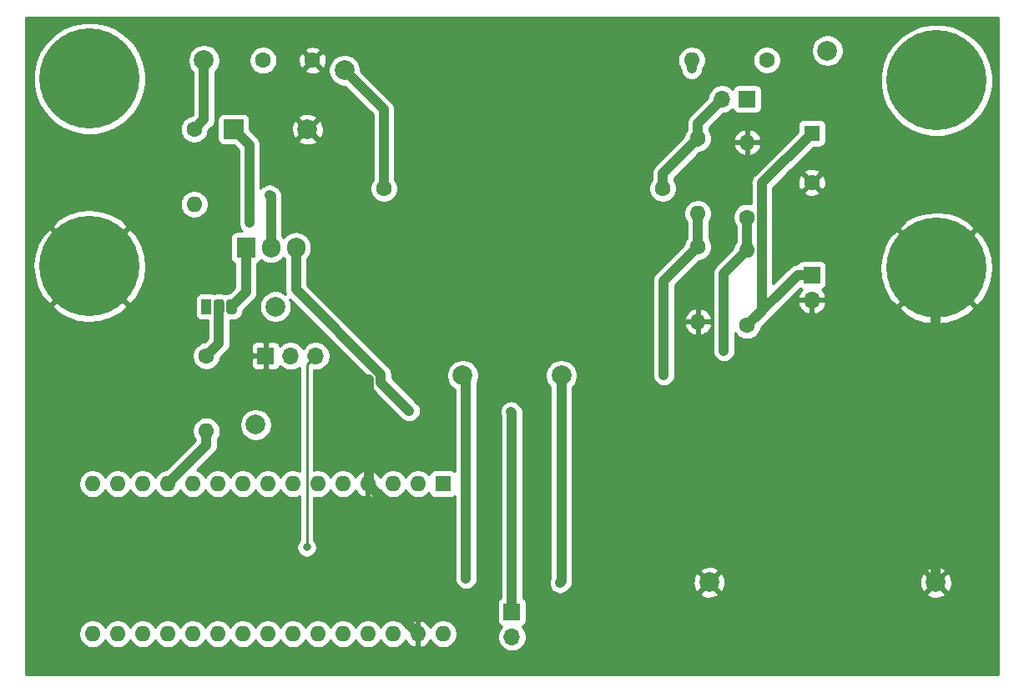
<source format=gbr>
%TF.GenerationSoftware,KiCad,Pcbnew,5.1.6+dfsg1-1*%
%TF.CreationDate,2021-03-07T16:20:00-08:00*%
%TF.ProjectId,Arduino DC-DC Converter Control Board,41726475-696e-46f2-9044-432d44432043,0.1*%
%TF.SameCoordinates,Original*%
%TF.FileFunction,Copper,L2,Bot*%
%TF.FilePolarity,Positive*%
%FSLAX46Y46*%
G04 Gerber Fmt 4.6, Leading zero omitted, Abs format (unit mm)*
G04 Created by KiCad (PCBNEW 5.1.6+dfsg1-1) date 2021-03-07 16:20:00*
%MOMM*%
%LPD*%
G01*
G04 APERTURE LIST*
%TA.AperFunction,ComponentPad*%
%ADD10O,1.700000X1.700000*%
%TD*%
%TA.AperFunction,ComponentPad*%
%ADD11R,1.700000X1.700000*%
%TD*%
%TA.AperFunction,ComponentPad*%
%ADD12C,1.600000*%
%TD*%
%TA.AperFunction,ComponentPad*%
%ADD13R,1.600000X1.600000*%
%TD*%
%TA.AperFunction,ComponentPad*%
%ADD14C,10.160000*%
%TD*%
%TA.AperFunction,ComponentPad*%
%ADD15O,1.600000X1.600000*%
%TD*%
%TA.AperFunction,ComponentPad*%
%ADD16R,2.000000X2.000000*%
%TD*%
%TA.AperFunction,ComponentPad*%
%ADD17C,2.000000*%
%TD*%
%TA.AperFunction,ComponentPad*%
%ADD18R,1.050000X1.500000*%
%TD*%
%TA.AperFunction,ComponentPad*%
%ADD19O,1.905000X2.000000*%
%TD*%
%TA.AperFunction,ComponentPad*%
%ADD20R,1.905000X2.000000*%
%TD*%
%TA.AperFunction,ViaPad*%
%ADD21C,0.800000*%
%TD*%
%TA.AperFunction,Conductor*%
%ADD22C,1.000000*%
%TD*%
%TA.AperFunction,Conductor*%
%ADD23C,0.250000*%
%TD*%
%TA.AperFunction,Conductor*%
%ADD24C,0.254000*%
%TD*%
G04 APERTURE END LIST*
D10*
%TO.P,J7,2*%
%TO.N,GND*%
X120421400Y-60325000D03*
D11*
%TO.P,J7,1*%
%TO.N,Net-(BP1-Pad1)*%
X120421400Y-57785000D03*
%TD*%
D12*
%TO.P,C3,2*%
%TO.N,GND*%
X120421400Y-48383200D03*
D13*
%TO.P,C3,1*%
%TO.N,Net-(BP1-Pad1)*%
X120421400Y-43383200D03*
%TD*%
D14*
%TO.P,V_OUT1,2*%
%TO.N,Net-(BP1-Pad1)*%
X133070600Y-38023800D03*
%TO.P,V_OUT1,1*%
%TO.N,GND*%
X133070600Y-57073800D03*
%TD*%
%TO.P,V_IN1,2*%
%TO.N,Net-(C1-Pad1)*%
X47142400Y-37846000D03*
%TO.P,V_IN1,1*%
%TO.N,GND*%
X47142400Y-56896000D03*
%TD*%
D15*
%TO.P,A1,16*%
%TO.N,N/C*%
X47440000Y-94240000D03*
%TO.P,A1,15*%
X47440000Y-79000000D03*
%TO.P,A1,30*%
%TO.N,Net-(A1-Pad30)*%
X83000000Y-94240000D03*
%TO.P,A1,14*%
%TO.N,N/C*%
X49980000Y-79000000D03*
%TO.P,A1,29*%
%TO.N,GND*%
X80460000Y-94240000D03*
%TO.P,A1,13*%
%TO.N,N/C*%
X52520000Y-79000000D03*
%TO.P,A1,28*%
X77920000Y-94240000D03*
%TO.P,A1,12*%
%TO.N,Net-(A1-Pad12)*%
X55060000Y-79000000D03*
%TO.P,A1,27*%
%TO.N,N/C*%
X75380000Y-94240000D03*
%TO.P,A1,11*%
X57600000Y-79000000D03*
%TO.P,A1,26*%
X72840000Y-94240000D03*
%TO.P,A1,10*%
X60140000Y-79000000D03*
%TO.P,A1,25*%
X70300000Y-94240000D03*
%TO.P,A1,9*%
X62680000Y-79000000D03*
%TO.P,A1,24*%
X67760000Y-94240000D03*
%TO.P,A1,8*%
X65220000Y-79000000D03*
%TO.P,A1,23*%
X65220000Y-94240000D03*
%TO.P,A1,7*%
X67760000Y-79000000D03*
%TO.P,A1,22*%
X62680000Y-94240000D03*
%TO.P,A1,6*%
X70300000Y-79000000D03*
%TO.P,A1,21*%
X60140000Y-94240000D03*
%TO.P,A1,5*%
X72840000Y-79000000D03*
%TO.P,A1,20*%
%TO.N,/A1*%
X57600000Y-94240000D03*
%TO.P,A1,4*%
%TO.N,GND*%
X75380000Y-79000000D03*
%TO.P,A1,19*%
%TO.N,/A0*%
X55060000Y-94240000D03*
%TO.P,A1,3*%
%TO.N,N/C*%
X77920000Y-79000000D03*
%TO.P,A1,18*%
X52520000Y-94240000D03*
%TO.P,A1,2*%
X80460000Y-79000000D03*
%TO.P,A1,17*%
%TO.N,Net-(A1-Pad17)*%
X49980000Y-94240000D03*
D13*
%TO.P,A1,1*%
%TO.N,N/C*%
X83000000Y-79000000D03*
%TD*%
D16*
%TO.P,C1,1*%
%TO.N,Net-(C1-Pad1)*%
X61752600Y-43000000D03*
D17*
%TO.P,C1,2*%
%TO.N,GND*%
X69252600Y-43000000D03*
%TD*%
%TO.P,TP9,1*%
%TO.N,Net-(BP1-Pad1)*%
X122000000Y-35000000D03*
%TD*%
%TO.P,TP8,1*%
%TO.N,/A0*%
X85000000Y-68000000D03*
%TD*%
%TO.P,TP7,1*%
%TO.N,/A1*%
X95000000Y-68000000D03*
%TD*%
%TO.P,GND2,1*%
%TO.N,GND*%
X133000000Y-89000000D03*
%TD*%
%TO.P,TP5,1*%
%TO.N,Net-(D1-Pad1)*%
X73000000Y-37000000D03*
%TD*%
%TO.P,GND1,1*%
%TO.N,GND*%
X110000000Y-89000000D03*
%TD*%
%TO.P,TP3,1*%
%TO.N,Net-(A1-Pad12)*%
X64000000Y-73000000D03*
%TD*%
%TO.P,TP2,1*%
%TO.N,Net-(Q1-Pad1)*%
X66000000Y-61000000D03*
%TD*%
%TO.P,TP1,1*%
%TO.N,Net-(C1-Pad1)*%
X58752600Y-36000000D03*
%TD*%
D15*
%TO.P,R2,2*%
%TO.N,Net-(A1-Pad12)*%
X59000000Y-73620000D03*
D12*
%TO.P,R2,1*%
%TO.N,Net-(Q2-Pad2)*%
X59000000Y-66000000D03*
%TD*%
D10*
%TO.P,J5,3*%
%TO.N,Net-(A1-Pad17)*%
X70080000Y-66000000D03*
%TO.P,J5,2*%
%TO.N,Net-(J5-Pad2)*%
X67540000Y-66000000D03*
D11*
%TO.P,J5,1*%
%TO.N,GND*%
X65000000Y-66000000D03*
%TD*%
D12*
%TO.P,C2,1*%
%TO.N,Net-(C1-Pad1)*%
X64752600Y-36000000D03*
%TO.P,C2,2*%
%TO.N,GND*%
X69752600Y-36000000D03*
%TD*%
D15*
%TO.P,R7,2*%
%TO.N,GND*%
X113857000Y-44303800D03*
D12*
%TO.P,R7,1*%
%TO.N,/A0*%
X113857000Y-51923800D03*
%TD*%
D15*
%TO.P,R6,2*%
%TO.N,/A0*%
X113857000Y-55303800D03*
D12*
%TO.P,R6,1*%
%TO.N,Net-(BP1-Pad1)*%
X113857000Y-62923800D03*
%TD*%
D15*
%TO.P,R5,2*%
%TO.N,Net-(BP1-Pad2)*%
X108229400Y-35966400D03*
D12*
%TO.P,R5,1*%
%TO.N,Net-(BP1-Pad1)*%
X115849400Y-35966400D03*
%TD*%
D15*
%TO.P,R4,2*%
%TO.N,GND*%
X108857000Y-62543800D03*
D12*
%TO.P,R4,1*%
%TO.N,/A1*%
X108857000Y-54923800D03*
%TD*%
D15*
%TO.P,R3,2*%
%TO.N,/A1*%
X108857000Y-51543800D03*
D12*
%TO.P,R3,1*%
%TO.N,Net-(BP1-Pad2)*%
X108857000Y-43923800D03*
%TD*%
D15*
%TO.P,R1,2*%
%TO.N,Net-(Q1-Pad1)*%
X57752600Y-50620000D03*
D12*
%TO.P,R1,1*%
%TO.N,Net-(C1-Pad1)*%
X57752600Y-43000000D03*
%TD*%
D18*
%TO.P,Q2,1*%
%TO.N,Net-(J5-Pad2)*%
X59000000Y-61000000D03*
%TO.P,Q2,3*%
%TO.N,Net-(Q1-Pad1)*%
%TA.AperFunction,ComponentPad*%
G36*
G01*
X61015000Y-61487500D02*
X61015000Y-60512500D01*
G75*
G02*
X61277500Y-60250000I262500J0D01*
G01*
X61802500Y-60250000D01*
G75*
G02*
X62065000Y-60512500I0J-262500D01*
G01*
X62065000Y-61487500D01*
G75*
G02*
X61802500Y-61750000I-262500J0D01*
G01*
X61277500Y-61750000D01*
G75*
G02*
X61015000Y-61487500I0J262500D01*
G01*
G37*
%TD.AperFunction*%
%TO.P,Q2,2*%
%TO.N,Net-(Q2-Pad2)*%
%TA.AperFunction,ComponentPad*%
G36*
G01*
X59745000Y-61487500D02*
X59745000Y-60512500D01*
G75*
G02*
X60007500Y-60250000I262500J0D01*
G01*
X60532500Y-60250000D01*
G75*
G02*
X60795000Y-60512500I0J-262500D01*
G01*
X60795000Y-61487500D01*
G75*
G02*
X60532500Y-61750000I-262500J0D01*
G01*
X60007500Y-61750000D01*
G75*
G02*
X59745000Y-61487500I0J262500D01*
G01*
G37*
%TD.AperFunction*%
%TD*%
D19*
%TO.P,Q1,3*%
%TO.N,Net-(C1-Pad1)*%
X68080000Y-55000000D03*
%TO.P,Q1,2*%
%TO.N,Net-(D1-Pad1)*%
X65540000Y-55000000D03*
D20*
%TO.P,Q1,1*%
%TO.N,Net-(Q1-Pad1)*%
X63000000Y-55000000D03*
%TD*%
D12*
%TO.P,L1,2*%
%TO.N,Net-(BP1-Pad2)*%
X105300000Y-49000000D03*
%TO.P,L1,1*%
%TO.N,Net-(D1-Pad1)*%
X77000000Y-49000000D03*
%TD*%
D10*
%TO.P,BP1,2*%
%TO.N,Net-(BP1-Pad2)*%
X111317000Y-39923800D03*
D11*
%TO.P,BP1,1*%
%TO.N,Net-(BP1-Pad1)*%
X113857000Y-39923800D03*
%TD*%
D10*
%TO.P,J3,2*%
%TO.N,Net-(A1-Pad30)*%
X90000000Y-94540000D03*
D11*
%TO.P,J3,1*%
%TO.N,Net-(C1-Pad1)*%
X90000000Y-92000000D03*
%TD*%
D21*
%TO.N,GND*%
X75488800Y-68376800D03*
%TO.N,/A1*%
X94869000Y-89052400D03*
X105410000Y-67945000D03*
%TO.N,/A0*%
X85344000Y-88620600D03*
X111506000Y-65481200D03*
%TO.N,Net-(A1-Pad17)*%
X69189600Y-85445600D03*
%TO.N,Net-(D1-Pad1)*%
X65405000Y-49657000D03*
%TO.N,Net-(C1-Pad1)*%
X63373000Y-52501800D03*
X89890600Y-71678800D03*
X79578200Y-71577200D03*
%TD*%
D22*
%TO.N,GND*%
X76419999Y-80039999D02*
X75380000Y-79000000D01*
X76419999Y-90199999D02*
X76419999Y-80039999D01*
X80460000Y-94240000D02*
X76419999Y-90199999D01*
X75488800Y-78891200D02*
X75380000Y-79000000D01*
X75488800Y-68376800D02*
X75488800Y-78891200D01*
X133000000Y-89000000D02*
X133000000Y-68000000D01*
X133000000Y-68000000D02*
X133000000Y-56611000D01*
%TO.N,Net-(A1-Pad12)*%
X59000000Y-75060000D02*
X55060000Y-79000000D01*
X59000000Y-73620000D02*
X59000000Y-75060000D01*
%TO.N,/A1*%
X95000000Y-88921400D02*
X94869000Y-89052400D01*
X95000000Y-68000000D02*
X95000000Y-88921400D01*
X108857000Y-51543800D02*
X108857000Y-54923800D01*
X105410000Y-58370800D02*
X105410000Y-67945000D01*
X108857000Y-54923800D02*
X105410000Y-58370800D01*
%TO.N,/A0*%
X85344000Y-88620600D02*
X85344000Y-68344000D01*
X85344000Y-68344000D02*
X85000000Y-68000000D01*
X113857000Y-51923800D02*
X113857000Y-55303800D01*
X111506000Y-57654800D02*
X111506000Y-65481200D01*
X113857000Y-55303800D02*
X111506000Y-57654800D01*
D23*
%TO.N,Net-(A1-Pad17)*%
X69174999Y-85430999D02*
X69189600Y-85445600D01*
X69174999Y-66905001D02*
X69174999Y-85430999D01*
X70080000Y-66000000D02*
X69174999Y-66905001D01*
D22*
%TO.N,Net-(D1-Pad1)*%
X77000000Y-41000000D02*
X73000000Y-37000000D01*
X77000000Y-49000000D02*
X77000000Y-41000000D01*
X65540000Y-49792000D02*
X65405000Y-49657000D01*
X65540000Y-55000000D02*
X65540000Y-49792000D01*
%TO.N,Net-(C1-Pad1)*%
X58752600Y-42000000D02*
X57752600Y-43000000D01*
X58752600Y-36000000D02*
X58752600Y-42000000D01*
X63373000Y-44620400D02*
X61752600Y-43000000D01*
X63373000Y-52501800D02*
X63373000Y-44620400D01*
X90000000Y-71788200D02*
X89890600Y-71678800D01*
X90000000Y-92000000D02*
X90000000Y-71788200D01*
X68080000Y-59270930D02*
X68080000Y-55000000D01*
X76688810Y-67879740D02*
X68080000Y-59270930D01*
X76688810Y-68687810D02*
X76688810Y-67879740D01*
X79578200Y-71577200D02*
X76688810Y-68687810D01*
%TO.N,Net-(Q1-Pad1)*%
X63000000Y-59540000D02*
X61540000Y-61000000D01*
X63000000Y-55000000D02*
X63000000Y-59540000D01*
%TO.N,Net-(Q2-Pad2)*%
X60270000Y-64730000D02*
X60270000Y-61000000D01*
X59000000Y-66000000D02*
X60270000Y-64730000D01*
%TO.N,Net-(BP1-Pad2)*%
X108237000Y-35923800D02*
X108237000Y-36843800D01*
X108857000Y-43923800D02*
X108857000Y-44223800D01*
X105300000Y-47480800D02*
X108857000Y-43923800D01*
X105300000Y-49000000D02*
X105300000Y-47480800D01*
X108857000Y-42383800D02*
X111317000Y-39923800D01*
X108857000Y-43923800D02*
X108857000Y-42383800D01*
%TO.N,Net-(BP1-Pad1)*%
X115357001Y-48447599D02*
X120421400Y-43383200D01*
X115357001Y-61423799D02*
X115357001Y-48447599D01*
X113857000Y-62923800D02*
X115357001Y-61423799D01*
X118995800Y-57785000D02*
X113857000Y-62923800D01*
X120421400Y-57785000D02*
X118995800Y-57785000D01*
%TD*%
D24*
%TO.N,GND*%
G36*
X139340001Y-98340000D02*
G01*
X40660000Y-98340000D01*
X40660000Y-94098665D01*
X46005000Y-94098665D01*
X46005000Y-94381335D01*
X46060147Y-94658574D01*
X46168320Y-94919727D01*
X46325363Y-95154759D01*
X46525241Y-95354637D01*
X46760273Y-95511680D01*
X47021426Y-95619853D01*
X47298665Y-95675000D01*
X47581335Y-95675000D01*
X47858574Y-95619853D01*
X48119727Y-95511680D01*
X48354759Y-95354637D01*
X48554637Y-95154759D01*
X48710000Y-94922241D01*
X48865363Y-95154759D01*
X49065241Y-95354637D01*
X49300273Y-95511680D01*
X49561426Y-95619853D01*
X49838665Y-95675000D01*
X50121335Y-95675000D01*
X50398574Y-95619853D01*
X50659727Y-95511680D01*
X50894759Y-95354637D01*
X51094637Y-95154759D01*
X51250000Y-94922241D01*
X51405363Y-95154759D01*
X51605241Y-95354637D01*
X51840273Y-95511680D01*
X52101426Y-95619853D01*
X52378665Y-95675000D01*
X52661335Y-95675000D01*
X52938574Y-95619853D01*
X53199727Y-95511680D01*
X53434759Y-95354637D01*
X53634637Y-95154759D01*
X53790000Y-94922241D01*
X53945363Y-95154759D01*
X54145241Y-95354637D01*
X54380273Y-95511680D01*
X54641426Y-95619853D01*
X54918665Y-95675000D01*
X55201335Y-95675000D01*
X55478574Y-95619853D01*
X55739727Y-95511680D01*
X55974759Y-95354637D01*
X56174637Y-95154759D01*
X56330000Y-94922241D01*
X56485363Y-95154759D01*
X56685241Y-95354637D01*
X56920273Y-95511680D01*
X57181426Y-95619853D01*
X57458665Y-95675000D01*
X57741335Y-95675000D01*
X58018574Y-95619853D01*
X58279727Y-95511680D01*
X58514759Y-95354637D01*
X58714637Y-95154759D01*
X58870000Y-94922241D01*
X59025363Y-95154759D01*
X59225241Y-95354637D01*
X59460273Y-95511680D01*
X59721426Y-95619853D01*
X59998665Y-95675000D01*
X60281335Y-95675000D01*
X60558574Y-95619853D01*
X60819727Y-95511680D01*
X61054759Y-95354637D01*
X61254637Y-95154759D01*
X61410000Y-94922241D01*
X61565363Y-95154759D01*
X61765241Y-95354637D01*
X62000273Y-95511680D01*
X62261426Y-95619853D01*
X62538665Y-95675000D01*
X62821335Y-95675000D01*
X63098574Y-95619853D01*
X63359727Y-95511680D01*
X63594759Y-95354637D01*
X63794637Y-95154759D01*
X63950000Y-94922241D01*
X64105363Y-95154759D01*
X64305241Y-95354637D01*
X64540273Y-95511680D01*
X64801426Y-95619853D01*
X65078665Y-95675000D01*
X65361335Y-95675000D01*
X65638574Y-95619853D01*
X65899727Y-95511680D01*
X66134759Y-95354637D01*
X66334637Y-95154759D01*
X66490000Y-94922241D01*
X66645363Y-95154759D01*
X66845241Y-95354637D01*
X67080273Y-95511680D01*
X67341426Y-95619853D01*
X67618665Y-95675000D01*
X67901335Y-95675000D01*
X68178574Y-95619853D01*
X68439727Y-95511680D01*
X68674759Y-95354637D01*
X68874637Y-95154759D01*
X69030000Y-94922241D01*
X69185363Y-95154759D01*
X69385241Y-95354637D01*
X69620273Y-95511680D01*
X69881426Y-95619853D01*
X70158665Y-95675000D01*
X70441335Y-95675000D01*
X70718574Y-95619853D01*
X70979727Y-95511680D01*
X71214759Y-95354637D01*
X71414637Y-95154759D01*
X71570000Y-94922241D01*
X71725363Y-95154759D01*
X71925241Y-95354637D01*
X72160273Y-95511680D01*
X72421426Y-95619853D01*
X72698665Y-95675000D01*
X72981335Y-95675000D01*
X73258574Y-95619853D01*
X73519727Y-95511680D01*
X73754759Y-95354637D01*
X73954637Y-95154759D01*
X74110000Y-94922241D01*
X74265363Y-95154759D01*
X74465241Y-95354637D01*
X74700273Y-95511680D01*
X74961426Y-95619853D01*
X75238665Y-95675000D01*
X75521335Y-95675000D01*
X75798574Y-95619853D01*
X76059727Y-95511680D01*
X76294759Y-95354637D01*
X76494637Y-95154759D01*
X76650000Y-94922241D01*
X76805363Y-95154759D01*
X77005241Y-95354637D01*
X77240273Y-95511680D01*
X77501426Y-95619853D01*
X77778665Y-95675000D01*
X78061335Y-95675000D01*
X78338574Y-95619853D01*
X78599727Y-95511680D01*
X78834759Y-95354637D01*
X79034637Y-95154759D01*
X79191680Y-94919727D01*
X79196067Y-94909135D01*
X79307615Y-95095131D01*
X79496586Y-95303519D01*
X79722580Y-95471037D01*
X79976913Y-95591246D01*
X80110961Y-95631904D01*
X80333000Y-95509915D01*
X80333000Y-94367000D01*
X80313000Y-94367000D01*
X80313000Y-94113000D01*
X80333000Y-94113000D01*
X80333000Y-92970085D01*
X80587000Y-92970085D01*
X80587000Y-94113000D01*
X80607000Y-94113000D01*
X80607000Y-94367000D01*
X80587000Y-94367000D01*
X80587000Y-95509915D01*
X80809039Y-95631904D01*
X80943087Y-95591246D01*
X81197420Y-95471037D01*
X81423414Y-95303519D01*
X81612385Y-95095131D01*
X81723933Y-94909135D01*
X81728320Y-94919727D01*
X81885363Y-95154759D01*
X82085241Y-95354637D01*
X82320273Y-95511680D01*
X82581426Y-95619853D01*
X82858665Y-95675000D01*
X83141335Y-95675000D01*
X83418574Y-95619853D01*
X83679727Y-95511680D01*
X83914759Y-95354637D01*
X84114637Y-95154759D01*
X84271680Y-94919727D01*
X84379853Y-94658574D01*
X84435000Y-94381335D01*
X84435000Y-94098665D01*
X84379853Y-93821426D01*
X84271680Y-93560273D01*
X84114637Y-93325241D01*
X83914759Y-93125363D01*
X83679727Y-92968320D01*
X83418574Y-92860147D01*
X83141335Y-92805000D01*
X82858665Y-92805000D01*
X82581426Y-92860147D01*
X82320273Y-92968320D01*
X82085241Y-93125363D01*
X81885363Y-93325241D01*
X81728320Y-93560273D01*
X81723933Y-93570865D01*
X81612385Y-93384869D01*
X81423414Y-93176481D01*
X81197420Y-93008963D01*
X80943087Y-92888754D01*
X80809039Y-92848096D01*
X80587000Y-92970085D01*
X80333000Y-92970085D01*
X80110961Y-92848096D01*
X79976913Y-92888754D01*
X79722580Y-93008963D01*
X79496586Y-93176481D01*
X79307615Y-93384869D01*
X79196067Y-93570865D01*
X79191680Y-93560273D01*
X79034637Y-93325241D01*
X78834759Y-93125363D01*
X78599727Y-92968320D01*
X78338574Y-92860147D01*
X78061335Y-92805000D01*
X77778665Y-92805000D01*
X77501426Y-92860147D01*
X77240273Y-92968320D01*
X77005241Y-93125363D01*
X76805363Y-93325241D01*
X76650000Y-93557759D01*
X76494637Y-93325241D01*
X76294759Y-93125363D01*
X76059727Y-92968320D01*
X75798574Y-92860147D01*
X75521335Y-92805000D01*
X75238665Y-92805000D01*
X74961426Y-92860147D01*
X74700273Y-92968320D01*
X74465241Y-93125363D01*
X74265363Y-93325241D01*
X74110000Y-93557759D01*
X73954637Y-93325241D01*
X73754759Y-93125363D01*
X73519727Y-92968320D01*
X73258574Y-92860147D01*
X72981335Y-92805000D01*
X72698665Y-92805000D01*
X72421426Y-92860147D01*
X72160273Y-92968320D01*
X71925241Y-93125363D01*
X71725363Y-93325241D01*
X71570000Y-93557759D01*
X71414637Y-93325241D01*
X71214759Y-93125363D01*
X70979727Y-92968320D01*
X70718574Y-92860147D01*
X70441335Y-92805000D01*
X70158665Y-92805000D01*
X69881426Y-92860147D01*
X69620273Y-92968320D01*
X69385241Y-93125363D01*
X69185363Y-93325241D01*
X69030000Y-93557759D01*
X68874637Y-93325241D01*
X68674759Y-93125363D01*
X68439727Y-92968320D01*
X68178574Y-92860147D01*
X67901335Y-92805000D01*
X67618665Y-92805000D01*
X67341426Y-92860147D01*
X67080273Y-92968320D01*
X66845241Y-93125363D01*
X66645363Y-93325241D01*
X66490000Y-93557759D01*
X66334637Y-93325241D01*
X66134759Y-93125363D01*
X65899727Y-92968320D01*
X65638574Y-92860147D01*
X65361335Y-92805000D01*
X65078665Y-92805000D01*
X64801426Y-92860147D01*
X64540273Y-92968320D01*
X64305241Y-93125363D01*
X64105363Y-93325241D01*
X63950000Y-93557759D01*
X63794637Y-93325241D01*
X63594759Y-93125363D01*
X63359727Y-92968320D01*
X63098574Y-92860147D01*
X62821335Y-92805000D01*
X62538665Y-92805000D01*
X62261426Y-92860147D01*
X62000273Y-92968320D01*
X61765241Y-93125363D01*
X61565363Y-93325241D01*
X61410000Y-93557759D01*
X61254637Y-93325241D01*
X61054759Y-93125363D01*
X60819727Y-92968320D01*
X60558574Y-92860147D01*
X60281335Y-92805000D01*
X59998665Y-92805000D01*
X59721426Y-92860147D01*
X59460273Y-92968320D01*
X59225241Y-93125363D01*
X59025363Y-93325241D01*
X58870000Y-93557759D01*
X58714637Y-93325241D01*
X58514759Y-93125363D01*
X58279727Y-92968320D01*
X58018574Y-92860147D01*
X57741335Y-92805000D01*
X57458665Y-92805000D01*
X57181426Y-92860147D01*
X56920273Y-92968320D01*
X56685241Y-93125363D01*
X56485363Y-93325241D01*
X56330000Y-93557759D01*
X56174637Y-93325241D01*
X55974759Y-93125363D01*
X55739727Y-92968320D01*
X55478574Y-92860147D01*
X55201335Y-92805000D01*
X54918665Y-92805000D01*
X54641426Y-92860147D01*
X54380273Y-92968320D01*
X54145241Y-93125363D01*
X53945363Y-93325241D01*
X53790000Y-93557759D01*
X53634637Y-93325241D01*
X53434759Y-93125363D01*
X53199727Y-92968320D01*
X52938574Y-92860147D01*
X52661335Y-92805000D01*
X52378665Y-92805000D01*
X52101426Y-92860147D01*
X51840273Y-92968320D01*
X51605241Y-93125363D01*
X51405363Y-93325241D01*
X51250000Y-93557759D01*
X51094637Y-93325241D01*
X50894759Y-93125363D01*
X50659727Y-92968320D01*
X50398574Y-92860147D01*
X50121335Y-92805000D01*
X49838665Y-92805000D01*
X49561426Y-92860147D01*
X49300273Y-92968320D01*
X49065241Y-93125363D01*
X48865363Y-93325241D01*
X48710000Y-93557759D01*
X48554637Y-93325241D01*
X48354759Y-93125363D01*
X48119727Y-92968320D01*
X47858574Y-92860147D01*
X47581335Y-92805000D01*
X47298665Y-92805000D01*
X47021426Y-92860147D01*
X46760273Y-92968320D01*
X46525241Y-93125363D01*
X46325363Y-93325241D01*
X46168320Y-93560273D01*
X46060147Y-93821426D01*
X46005000Y-94098665D01*
X40660000Y-94098665D01*
X40660000Y-91150000D01*
X88511928Y-91150000D01*
X88511928Y-92850000D01*
X88524188Y-92974482D01*
X88560498Y-93094180D01*
X88619463Y-93204494D01*
X88698815Y-93301185D01*
X88795506Y-93380537D01*
X88905820Y-93439502D01*
X88978380Y-93461513D01*
X88846525Y-93593368D01*
X88684010Y-93836589D01*
X88572068Y-94106842D01*
X88515000Y-94393740D01*
X88515000Y-94686260D01*
X88572068Y-94973158D01*
X88684010Y-95243411D01*
X88846525Y-95486632D01*
X89053368Y-95693475D01*
X89296589Y-95855990D01*
X89566842Y-95967932D01*
X89853740Y-96025000D01*
X90146260Y-96025000D01*
X90433158Y-95967932D01*
X90703411Y-95855990D01*
X90946632Y-95693475D01*
X91153475Y-95486632D01*
X91315990Y-95243411D01*
X91427932Y-94973158D01*
X91485000Y-94686260D01*
X91485000Y-94393740D01*
X91427932Y-94106842D01*
X91315990Y-93836589D01*
X91153475Y-93593368D01*
X91021620Y-93461513D01*
X91094180Y-93439502D01*
X91204494Y-93380537D01*
X91301185Y-93301185D01*
X91380537Y-93204494D01*
X91439502Y-93094180D01*
X91475812Y-92974482D01*
X91488072Y-92850000D01*
X91488072Y-91150000D01*
X91475812Y-91025518D01*
X91439502Y-90905820D01*
X91380537Y-90795506D01*
X91301185Y-90698815D01*
X91204494Y-90619463D01*
X91135000Y-90582317D01*
X91135000Y-71843951D01*
X91140491Y-71788200D01*
X91134760Y-71730013D01*
X91118577Y-71565701D01*
X91053676Y-71351753D01*
X90948284Y-71154577D01*
X90806449Y-70981751D01*
X90763135Y-70946204D01*
X90653743Y-70836812D01*
X90524222Y-70730517D01*
X90327046Y-70625124D01*
X90113098Y-70560223D01*
X89890600Y-70538309D01*
X89668102Y-70560223D01*
X89454154Y-70625124D01*
X89256978Y-70730517D01*
X89084152Y-70872352D01*
X88942317Y-71045178D01*
X88836924Y-71242354D01*
X88772023Y-71456302D01*
X88750109Y-71678800D01*
X88772023Y-71901298D01*
X88836924Y-72115246D01*
X88865001Y-72167774D01*
X88865000Y-90582317D01*
X88795506Y-90619463D01*
X88698815Y-90698815D01*
X88619463Y-90795506D01*
X88560498Y-90905820D01*
X88524188Y-91025518D01*
X88511928Y-91150000D01*
X40660000Y-91150000D01*
X40660000Y-78858665D01*
X46005000Y-78858665D01*
X46005000Y-79141335D01*
X46060147Y-79418574D01*
X46168320Y-79679727D01*
X46325363Y-79914759D01*
X46525241Y-80114637D01*
X46760273Y-80271680D01*
X47021426Y-80379853D01*
X47298665Y-80435000D01*
X47581335Y-80435000D01*
X47858574Y-80379853D01*
X48119727Y-80271680D01*
X48354759Y-80114637D01*
X48554637Y-79914759D01*
X48710000Y-79682241D01*
X48865363Y-79914759D01*
X49065241Y-80114637D01*
X49300273Y-80271680D01*
X49561426Y-80379853D01*
X49838665Y-80435000D01*
X50121335Y-80435000D01*
X50398574Y-80379853D01*
X50659727Y-80271680D01*
X50894759Y-80114637D01*
X51094637Y-79914759D01*
X51250000Y-79682241D01*
X51405363Y-79914759D01*
X51605241Y-80114637D01*
X51840273Y-80271680D01*
X52101426Y-80379853D01*
X52378665Y-80435000D01*
X52661335Y-80435000D01*
X52938574Y-80379853D01*
X53199727Y-80271680D01*
X53434759Y-80114637D01*
X53634637Y-79914759D01*
X53790000Y-79682241D01*
X53945363Y-79914759D01*
X54145241Y-80114637D01*
X54380273Y-80271680D01*
X54641426Y-80379853D01*
X54918665Y-80435000D01*
X55201335Y-80435000D01*
X55478574Y-80379853D01*
X55739727Y-80271680D01*
X55974759Y-80114637D01*
X56174637Y-79914759D01*
X56330000Y-79682241D01*
X56485363Y-79914759D01*
X56685241Y-80114637D01*
X56920273Y-80271680D01*
X57181426Y-80379853D01*
X57458665Y-80435000D01*
X57741335Y-80435000D01*
X58018574Y-80379853D01*
X58279727Y-80271680D01*
X58514759Y-80114637D01*
X58714637Y-79914759D01*
X58870000Y-79682241D01*
X59025363Y-79914759D01*
X59225241Y-80114637D01*
X59460273Y-80271680D01*
X59721426Y-80379853D01*
X59998665Y-80435000D01*
X60281335Y-80435000D01*
X60558574Y-80379853D01*
X60819727Y-80271680D01*
X61054759Y-80114637D01*
X61254637Y-79914759D01*
X61410000Y-79682241D01*
X61565363Y-79914759D01*
X61765241Y-80114637D01*
X62000273Y-80271680D01*
X62261426Y-80379853D01*
X62538665Y-80435000D01*
X62821335Y-80435000D01*
X63098574Y-80379853D01*
X63359727Y-80271680D01*
X63594759Y-80114637D01*
X63794637Y-79914759D01*
X63950000Y-79682241D01*
X64105363Y-79914759D01*
X64305241Y-80114637D01*
X64540273Y-80271680D01*
X64801426Y-80379853D01*
X65078665Y-80435000D01*
X65361335Y-80435000D01*
X65638574Y-80379853D01*
X65899727Y-80271680D01*
X66134759Y-80114637D01*
X66334637Y-79914759D01*
X66490000Y-79682241D01*
X66645363Y-79914759D01*
X66845241Y-80114637D01*
X67080273Y-80271680D01*
X67341426Y-80379853D01*
X67618665Y-80435000D01*
X67901335Y-80435000D01*
X68178574Y-80379853D01*
X68415000Y-80281922D01*
X68415000Y-84756489D01*
X68385663Y-84785826D01*
X68272395Y-84955344D01*
X68194374Y-85143702D01*
X68154600Y-85343661D01*
X68154600Y-85547539D01*
X68194374Y-85747498D01*
X68272395Y-85935856D01*
X68385663Y-86105374D01*
X68529826Y-86249537D01*
X68699344Y-86362805D01*
X68887702Y-86440826D01*
X69087661Y-86480600D01*
X69291539Y-86480600D01*
X69491498Y-86440826D01*
X69679856Y-86362805D01*
X69849374Y-86249537D01*
X69993537Y-86105374D01*
X70106805Y-85935856D01*
X70184826Y-85747498D01*
X70224600Y-85547539D01*
X70224600Y-85343661D01*
X70184826Y-85143702D01*
X70106805Y-84955344D01*
X69993537Y-84785826D01*
X69934999Y-84727288D01*
X69934999Y-80390509D01*
X70158665Y-80435000D01*
X70441335Y-80435000D01*
X70718574Y-80379853D01*
X70979727Y-80271680D01*
X71214759Y-80114637D01*
X71414637Y-79914759D01*
X71570000Y-79682241D01*
X71725363Y-79914759D01*
X71925241Y-80114637D01*
X72160273Y-80271680D01*
X72421426Y-80379853D01*
X72698665Y-80435000D01*
X72981335Y-80435000D01*
X73258574Y-80379853D01*
X73519727Y-80271680D01*
X73754759Y-80114637D01*
X73954637Y-79914759D01*
X74111680Y-79679727D01*
X74116067Y-79669135D01*
X74227615Y-79855131D01*
X74416586Y-80063519D01*
X74642580Y-80231037D01*
X74896913Y-80351246D01*
X75030961Y-80391904D01*
X75253000Y-80269915D01*
X75253000Y-79127000D01*
X75233000Y-79127000D01*
X75233000Y-78873000D01*
X75253000Y-78873000D01*
X75253000Y-77730085D01*
X75507000Y-77730085D01*
X75507000Y-78873000D01*
X75527000Y-78873000D01*
X75527000Y-79127000D01*
X75507000Y-79127000D01*
X75507000Y-80269915D01*
X75729039Y-80391904D01*
X75863087Y-80351246D01*
X76117420Y-80231037D01*
X76343414Y-80063519D01*
X76532385Y-79855131D01*
X76643933Y-79669135D01*
X76648320Y-79679727D01*
X76805363Y-79914759D01*
X77005241Y-80114637D01*
X77240273Y-80271680D01*
X77501426Y-80379853D01*
X77778665Y-80435000D01*
X78061335Y-80435000D01*
X78338574Y-80379853D01*
X78599727Y-80271680D01*
X78834759Y-80114637D01*
X79034637Y-79914759D01*
X79190000Y-79682241D01*
X79345363Y-79914759D01*
X79545241Y-80114637D01*
X79780273Y-80271680D01*
X80041426Y-80379853D01*
X80318665Y-80435000D01*
X80601335Y-80435000D01*
X80878574Y-80379853D01*
X81139727Y-80271680D01*
X81374759Y-80114637D01*
X81573357Y-79916039D01*
X81574188Y-79924482D01*
X81610498Y-80044180D01*
X81669463Y-80154494D01*
X81748815Y-80251185D01*
X81845506Y-80330537D01*
X81955820Y-80389502D01*
X82075518Y-80425812D01*
X82200000Y-80438072D01*
X83800000Y-80438072D01*
X83924482Y-80425812D01*
X84044180Y-80389502D01*
X84154494Y-80330537D01*
X84209000Y-80285805D01*
X84209000Y-88676351D01*
X84225423Y-88843098D01*
X84290324Y-89057046D01*
X84395716Y-89254223D01*
X84537551Y-89427049D01*
X84710377Y-89568884D01*
X84907553Y-89674276D01*
X85121501Y-89739177D01*
X85344000Y-89761091D01*
X85566498Y-89739177D01*
X85780446Y-89674276D01*
X85977623Y-89568884D01*
X86150449Y-89427049D01*
X86292284Y-89254223D01*
X86397676Y-89057047D01*
X86462577Y-88843099D01*
X86479000Y-88676352D01*
X86479000Y-68701839D01*
X86572168Y-68476912D01*
X86635000Y-68161033D01*
X86635000Y-67838967D01*
X93365000Y-67838967D01*
X93365000Y-68161033D01*
X93427832Y-68476912D01*
X93551082Y-68774463D01*
X93730013Y-69042252D01*
X93865000Y-69177239D01*
X93865001Y-88523015D01*
X93815324Y-88615954D01*
X93750423Y-88829902D01*
X93728509Y-89052400D01*
X93750423Y-89274898D01*
X93815324Y-89488846D01*
X93920717Y-89686022D01*
X94062552Y-89858848D01*
X94235378Y-90000683D01*
X94432554Y-90106076D01*
X94646502Y-90170977D01*
X94869000Y-90192891D01*
X95091498Y-90170977D01*
X95208735Y-90135413D01*
X109044192Y-90135413D01*
X109139956Y-90399814D01*
X109429571Y-90540704D01*
X109741108Y-90622384D01*
X110062595Y-90641718D01*
X110381675Y-90597961D01*
X110686088Y-90492795D01*
X110860044Y-90399814D01*
X110955808Y-90135413D01*
X132044192Y-90135413D01*
X132139956Y-90399814D01*
X132429571Y-90540704D01*
X132741108Y-90622384D01*
X133062595Y-90641718D01*
X133381675Y-90597961D01*
X133686088Y-90492795D01*
X133860044Y-90399814D01*
X133955808Y-90135413D01*
X133000000Y-89179605D01*
X132044192Y-90135413D01*
X110955808Y-90135413D01*
X110000000Y-89179605D01*
X109044192Y-90135413D01*
X95208735Y-90135413D01*
X95305446Y-90106076D01*
X95502622Y-90000683D01*
X95632143Y-89894388D01*
X95763135Y-89763396D01*
X95806449Y-89727849D01*
X95948284Y-89555023D01*
X96053676Y-89357847D01*
X96118577Y-89143899D01*
X96126584Y-89062595D01*
X108358282Y-89062595D01*
X108402039Y-89381675D01*
X108507205Y-89686088D01*
X108600186Y-89860044D01*
X108864587Y-89955808D01*
X109820395Y-89000000D01*
X110179605Y-89000000D01*
X111135413Y-89955808D01*
X111399814Y-89860044D01*
X111540704Y-89570429D01*
X111622384Y-89258892D01*
X111634189Y-89062595D01*
X131358282Y-89062595D01*
X131402039Y-89381675D01*
X131507205Y-89686088D01*
X131600186Y-89860044D01*
X131864587Y-89955808D01*
X132820395Y-89000000D01*
X133179605Y-89000000D01*
X134135413Y-89955808D01*
X134399814Y-89860044D01*
X134540704Y-89570429D01*
X134622384Y-89258892D01*
X134641718Y-88937405D01*
X134597961Y-88618325D01*
X134492795Y-88313912D01*
X134399814Y-88139956D01*
X134135413Y-88044192D01*
X133179605Y-89000000D01*
X132820395Y-89000000D01*
X131864587Y-88044192D01*
X131600186Y-88139956D01*
X131459296Y-88429571D01*
X131377616Y-88741108D01*
X131358282Y-89062595D01*
X111634189Y-89062595D01*
X111641718Y-88937405D01*
X111597961Y-88618325D01*
X111492795Y-88313912D01*
X111399814Y-88139956D01*
X111135413Y-88044192D01*
X110179605Y-89000000D01*
X109820395Y-89000000D01*
X108864587Y-88044192D01*
X108600186Y-88139956D01*
X108459296Y-88429571D01*
X108377616Y-88741108D01*
X108358282Y-89062595D01*
X96126584Y-89062595D01*
X96135000Y-88977152D01*
X96135000Y-88977151D01*
X96140491Y-88921400D01*
X96135000Y-88865649D01*
X96135000Y-87864587D01*
X109044192Y-87864587D01*
X110000000Y-88820395D01*
X110955808Y-87864587D01*
X132044192Y-87864587D01*
X133000000Y-88820395D01*
X133955808Y-87864587D01*
X133860044Y-87600186D01*
X133570429Y-87459296D01*
X133258892Y-87377616D01*
X132937405Y-87358282D01*
X132618325Y-87402039D01*
X132313912Y-87507205D01*
X132139956Y-87600186D01*
X132044192Y-87864587D01*
X110955808Y-87864587D01*
X110860044Y-87600186D01*
X110570429Y-87459296D01*
X110258892Y-87377616D01*
X109937405Y-87358282D01*
X109618325Y-87402039D01*
X109313912Y-87507205D01*
X109139956Y-87600186D01*
X109044192Y-87864587D01*
X96135000Y-87864587D01*
X96135000Y-69177239D01*
X96269987Y-69042252D01*
X96448918Y-68774463D01*
X96572168Y-68476912D01*
X96635000Y-68161033D01*
X96635000Y-67838967D01*
X96572168Y-67523088D01*
X96448918Y-67225537D01*
X96269987Y-66957748D01*
X96042252Y-66730013D01*
X95774463Y-66551082D01*
X95476912Y-66427832D01*
X95161033Y-66365000D01*
X94838967Y-66365000D01*
X94523088Y-66427832D01*
X94225537Y-66551082D01*
X93957748Y-66730013D01*
X93730013Y-66957748D01*
X93551082Y-67225537D01*
X93427832Y-67523088D01*
X93365000Y-67838967D01*
X86635000Y-67838967D01*
X86572168Y-67523088D01*
X86448918Y-67225537D01*
X86269987Y-66957748D01*
X86042252Y-66730013D01*
X85774463Y-66551082D01*
X85476912Y-66427832D01*
X85161033Y-66365000D01*
X84838967Y-66365000D01*
X84523088Y-66427832D01*
X84225537Y-66551082D01*
X83957748Y-66730013D01*
X83730013Y-66957748D01*
X83551082Y-67225537D01*
X83427832Y-67523088D01*
X83365000Y-67838967D01*
X83365000Y-68161033D01*
X83427832Y-68476912D01*
X83551082Y-68774463D01*
X83730013Y-69042252D01*
X83957748Y-69269987D01*
X84209001Y-69437869D01*
X84209001Y-77714195D01*
X84154494Y-77669463D01*
X84044180Y-77610498D01*
X83924482Y-77574188D01*
X83800000Y-77561928D01*
X82200000Y-77561928D01*
X82075518Y-77574188D01*
X81955820Y-77610498D01*
X81845506Y-77669463D01*
X81748815Y-77748815D01*
X81669463Y-77845506D01*
X81610498Y-77955820D01*
X81574188Y-78075518D01*
X81573357Y-78083961D01*
X81374759Y-77885363D01*
X81139727Y-77728320D01*
X80878574Y-77620147D01*
X80601335Y-77565000D01*
X80318665Y-77565000D01*
X80041426Y-77620147D01*
X79780273Y-77728320D01*
X79545241Y-77885363D01*
X79345363Y-78085241D01*
X79190000Y-78317759D01*
X79034637Y-78085241D01*
X78834759Y-77885363D01*
X78599727Y-77728320D01*
X78338574Y-77620147D01*
X78061335Y-77565000D01*
X77778665Y-77565000D01*
X77501426Y-77620147D01*
X77240273Y-77728320D01*
X77005241Y-77885363D01*
X76805363Y-78085241D01*
X76648320Y-78320273D01*
X76643933Y-78330865D01*
X76532385Y-78144869D01*
X76343414Y-77936481D01*
X76117420Y-77768963D01*
X75863087Y-77648754D01*
X75729039Y-77608096D01*
X75507000Y-77730085D01*
X75253000Y-77730085D01*
X75030961Y-77608096D01*
X74896913Y-77648754D01*
X74642580Y-77768963D01*
X74416586Y-77936481D01*
X74227615Y-78144869D01*
X74116067Y-78330865D01*
X74111680Y-78320273D01*
X73954637Y-78085241D01*
X73754759Y-77885363D01*
X73519727Y-77728320D01*
X73258574Y-77620147D01*
X72981335Y-77565000D01*
X72698665Y-77565000D01*
X72421426Y-77620147D01*
X72160273Y-77728320D01*
X71925241Y-77885363D01*
X71725363Y-78085241D01*
X71570000Y-78317759D01*
X71414637Y-78085241D01*
X71214759Y-77885363D01*
X70979727Y-77728320D01*
X70718574Y-77620147D01*
X70441335Y-77565000D01*
X70158665Y-77565000D01*
X69934999Y-77609491D01*
X69934999Y-67485000D01*
X70226260Y-67485000D01*
X70513158Y-67427932D01*
X70783411Y-67315990D01*
X71026632Y-67153475D01*
X71233475Y-66946632D01*
X71395990Y-66703411D01*
X71507932Y-66433158D01*
X71565000Y-66146260D01*
X71565000Y-65853740D01*
X71507932Y-65566842D01*
X71395990Y-65296589D01*
X71233475Y-65053368D01*
X71026632Y-64846525D01*
X70783411Y-64684010D01*
X70513158Y-64572068D01*
X70226260Y-64515000D01*
X69933740Y-64515000D01*
X69646842Y-64572068D01*
X69376589Y-64684010D01*
X69133368Y-64846525D01*
X68926525Y-65053368D01*
X68810000Y-65227760D01*
X68693475Y-65053368D01*
X68486632Y-64846525D01*
X68243411Y-64684010D01*
X67973158Y-64572068D01*
X67686260Y-64515000D01*
X67393740Y-64515000D01*
X67106842Y-64572068D01*
X66836589Y-64684010D01*
X66593368Y-64846525D01*
X66461513Y-64978380D01*
X66439502Y-64905820D01*
X66380537Y-64795506D01*
X66301185Y-64698815D01*
X66204494Y-64619463D01*
X66094180Y-64560498D01*
X65974482Y-64524188D01*
X65850000Y-64511928D01*
X65285750Y-64515000D01*
X65127000Y-64673750D01*
X65127000Y-65873000D01*
X65147000Y-65873000D01*
X65147000Y-66127000D01*
X65127000Y-66127000D01*
X65127000Y-67326250D01*
X65285750Y-67485000D01*
X65850000Y-67488072D01*
X65974482Y-67475812D01*
X66094180Y-67439502D01*
X66204494Y-67380537D01*
X66301185Y-67301185D01*
X66380537Y-67204494D01*
X66439502Y-67094180D01*
X66461513Y-67021620D01*
X66593368Y-67153475D01*
X66836589Y-67315990D01*
X67106842Y-67427932D01*
X67393740Y-67485000D01*
X67686260Y-67485000D01*
X67973158Y-67427932D01*
X68243411Y-67315990D01*
X68414999Y-67201339D01*
X68415000Y-77718078D01*
X68178574Y-77620147D01*
X67901335Y-77565000D01*
X67618665Y-77565000D01*
X67341426Y-77620147D01*
X67080273Y-77728320D01*
X66845241Y-77885363D01*
X66645363Y-78085241D01*
X66490000Y-78317759D01*
X66334637Y-78085241D01*
X66134759Y-77885363D01*
X65899727Y-77728320D01*
X65638574Y-77620147D01*
X65361335Y-77565000D01*
X65078665Y-77565000D01*
X64801426Y-77620147D01*
X64540273Y-77728320D01*
X64305241Y-77885363D01*
X64105363Y-78085241D01*
X63950000Y-78317759D01*
X63794637Y-78085241D01*
X63594759Y-77885363D01*
X63359727Y-77728320D01*
X63098574Y-77620147D01*
X62821335Y-77565000D01*
X62538665Y-77565000D01*
X62261426Y-77620147D01*
X62000273Y-77728320D01*
X61765241Y-77885363D01*
X61565363Y-78085241D01*
X61410000Y-78317759D01*
X61254637Y-78085241D01*
X61054759Y-77885363D01*
X60819727Y-77728320D01*
X60558574Y-77620147D01*
X60281335Y-77565000D01*
X59998665Y-77565000D01*
X59721426Y-77620147D01*
X59460273Y-77728320D01*
X59225241Y-77885363D01*
X59025363Y-78085241D01*
X58870000Y-78317759D01*
X58714637Y-78085241D01*
X58514759Y-77885363D01*
X58279727Y-77728320D01*
X58037249Y-77627882D01*
X59763141Y-75901991D01*
X59806449Y-75866449D01*
X59948284Y-75693623D01*
X60053676Y-75496447D01*
X60118577Y-75282499D01*
X60135000Y-75115752D01*
X60135000Y-75115743D01*
X60140490Y-75060001D01*
X60135000Y-75004259D01*
X60135000Y-74504284D01*
X60271680Y-74299727D01*
X60379853Y-74038574D01*
X60435000Y-73761335D01*
X60435000Y-73478665D01*
X60379853Y-73201426D01*
X60271680Y-72940273D01*
X60203990Y-72838967D01*
X62365000Y-72838967D01*
X62365000Y-73161033D01*
X62427832Y-73476912D01*
X62551082Y-73774463D01*
X62730013Y-74042252D01*
X62957748Y-74269987D01*
X63225537Y-74448918D01*
X63523088Y-74572168D01*
X63838967Y-74635000D01*
X64161033Y-74635000D01*
X64476912Y-74572168D01*
X64774463Y-74448918D01*
X65042252Y-74269987D01*
X65269987Y-74042252D01*
X65448918Y-73774463D01*
X65572168Y-73476912D01*
X65635000Y-73161033D01*
X65635000Y-72838967D01*
X65572168Y-72523088D01*
X65448918Y-72225537D01*
X65269987Y-71957748D01*
X65042252Y-71730013D01*
X64774463Y-71551082D01*
X64476912Y-71427832D01*
X64161033Y-71365000D01*
X63838967Y-71365000D01*
X63523088Y-71427832D01*
X63225537Y-71551082D01*
X62957748Y-71730013D01*
X62730013Y-71957748D01*
X62551082Y-72225537D01*
X62427832Y-72523088D01*
X62365000Y-72838967D01*
X60203990Y-72838967D01*
X60114637Y-72705241D01*
X59914759Y-72505363D01*
X59679727Y-72348320D01*
X59418574Y-72240147D01*
X59141335Y-72185000D01*
X58858665Y-72185000D01*
X58581426Y-72240147D01*
X58320273Y-72348320D01*
X58085241Y-72505363D01*
X57885363Y-72705241D01*
X57728320Y-72940273D01*
X57620147Y-73201426D01*
X57565000Y-73478665D01*
X57565000Y-73761335D01*
X57620147Y-74038574D01*
X57728320Y-74299727D01*
X57865000Y-74504284D01*
X57865000Y-74589868D01*
X54882719Y-77572150D01*
X54641426Y-77620147D01*
X54380273Y-77728320D01*
X54145241Y-77885363D01*
X53945363Y-78085241D01*
X53790000Y-78317759D01*
X53634637Y-78085241D01*
X53434759Y-77885363D01*
X53199727Y-77728320D01*
X52938574Y-77620147D01*
X52661335Y-77565000D01*
X52378665Y-77565000D01*
X52101426Y-77620147D01*
X51840273Y-77728320D01*
X51605241Y-77885363D01*
X51405363Y-78085241D01*
X51250000Y-78317759D01*
X51094637Y-78085241D01*
X50894759Y-77885363D01*
X50659727Y-77728320D01*
X50398574Y-77620147D01*
X50121335Y-77565000D01*
X49838665Y-77565000D01*
X49561426Y-77620147D01*
X49300273Y-77728320D01*
X49065241Y-77885363D01*
X48865363Y-78085241D01*
X48710000Y-78317759D01*
X48554637Y-78085241D01*
X48354759Y-77885363D01*
X48119727Y-77728320D01*
X47858574Y-77620147D01*
X47581335Y-77565000D01*
X47298665Y-77565000D01*
X47021426Y-77620147D01*
X46760273Y-77728320D01*
X46525241Y-77885363D01*
X46325363Y-78085241D01*
X46168320Y-78320273D01*
X46060147Y-78581426D01*
X46005000Y-78858665D01*
X40660000Y-78858665D01*
X40660000Y-65858665D01*
X57565000Y-65858665D01*
X57565000Y-66141335D01*
X57620147Y-66418574D01*
X57728320Y-66679727D01*
X57885363Y-66914759D01*
X58085241Y-67114637D01*
X58320273Y-67271680D01*
X58581426Y-67379853D01*
X58858665Y-67435000D01*
X59141335Y-67435000D01*
X59418574Y-67379853D01*
X59679727Y-67271680D01*
X59914759Y-67114637D01*
X60114637Y-66914759D01*
X60157907Y-66850000D01*
X63511928Y-66850000D01*
X63524188Y-66974482D01*
X63560498Y-67094180D01*
X63619463Y-67204494D01*
X63698815Y-67301185D01*
X63795506Y-67380537D01*
X63905820Y-67439502D01*
X64025518Y-67475812D01*
X64150000Y-67488072D01*
X64714250Y-67485000D01*
X64873000Y-67326250D01*
X64873000Y-66127000D01*
X63673750Y-66127000D01*
X63515000Y-66285750D01*
X63511928Y-66850000D01*
X60157907Y-66850000D01*
X60271680Y-66679727D01*
X60379853Y-66418574D01*
X60427850Y-66177282D01*
X61033140Y-65571992D01*
X61076449Y-65536449D01*
X61218284Y-65363623D01*
X61323676Y-65166447D01*
X61328665Y-65150000D01*
X63511928Y-65150000D01*
X63515000Y-65714250D01*
X63673750Y-65873000D01*
X64873000Y-65873000D01*
X64873000Y-64673750D01*
X64714250Y-64515000D01*
X64150000Y-64511928D01*
X64025518Y-64524188D01*
X63905820Y-64560498D01*
X63795506Y-64619463D01*
X63698815Y-64698815D01*
X63619463Y-64795506D01*
X63560498Y-64905820D01*
X63524188Y-65025518D01*
X63511928Y-65150000D01*
X61328665Y-65150000D01*
X61388577Y-64952499D01*
X61405000Y-64785752D01*
X61405000Y-64785745D01*
X61410490Y-64730001D01*
X61405000Y-64674257D01*
X61405000Y-62388072D01*
X61802500Y-62388072D01*
X61978193Y-62370768D01*
X62147134Y-62319520D01*
X62302831Y-62236298D01*
X62439301Y-62124301D01*
X62551298Y-61987831D01*
X62634520Y-61832134D01*
X62685768Y-61663193D01*
X62703072Y-61487500D01*
X62703072Y-61442059D01*
X63763140Y-60381992D01*
X63806449Y-60346449D01*
X63948284Y-60173623D01*
X64053676Y-59976447D01*
X64118577Y-59762499D01*
X64135000Y-59595752D01*
X64140491Y-59540000D01*
X64135000Y-59484248D01*
X64135000Y-56608212D01*
X64196680Y-56589502D01*
X64306994Y-56530537D01*
X64403685Y-56451185D01*
X64483037Y-56354494D01*
X64527905Y-56270553D01*
X64653766Y-56373845D01*
X64929552Y-56521255D01*
X65228797Y-56612030D01*
X65540000Y-56642681D01*
X65851204Y-56612030D01*
X66150449Y-56521255D01*
X66426235Y-56373845D01*
X66667963Y-56175463D01*
X66810000Y-56002391D01*
X66945001Y-56166889D01*
X66945000Y-59215178D01*
X66939509Y-59270930D01*
X66945000Y-59326681D01*
X66961423Y-59493428D01*
X67026324Y-59707376D01*
X67036297Y-59726034D01*
X66774463Y-59551082D01*
X66476912Y-59427832D01*
X66161033Y-59365000D01*
X65838967Y-59365000D01*
X65523088Y-59427832D01*
X65225537Y-59551082D01*
X64957748Y-59730013D01*
X64730013Y-59957748D01*
X64551082Y-60225537D01*
X64427832Y-60523088D01*
X64365000Y-60838967D01*
X64365000Y-61161033D01*
X64427832Y-61476912D01*
X64551082Y-61774463D01*
X64730013Y-62042252D01*
X64957748Y-62269987D01*
X65225537Y-62448918D01*
X65523088Y-62572168D01*
X65838967Y-62635000D01*
X66161033Y-62635000D01*
X66476912Y-62572168D01*
X66774463Y-62448918D01*
X67042252Y-62269987D01*
X67269987Y-62042252D01*
X67448918Y-61774463D01*
X67572168Y-61476912D01*
X67635000Y-61161033D01*
X67635000Y-60838967D01*
X67572168Y-60523088D01*
X67462666Y-60258727D01*
X75553810Y-68349872D01*
X75553810Y-68632059D01*
X75548319Y-68687810D01*
X75553810Y-68743561D01*
X75570233Y-68910308D01*
X75635134Y-69124256D01*
X75740526Y-69321433D01*
X75882361Y-69494259D01*
X75925675Y-69529806D01*
X78815056Y-72419189D01*
X78944577Y-72525484D01*
X79141753Y-72630876D01*
X79355701Y-72695777D01*
X79578200Y-72717691D01*
X79800699Y-72695777D01*
X80014647Y-72630876D01*
X80211823Y-72525484D01*
X80384649Y-72383649D01*
X80526484Y-72210823D01*
X80631876Y-72013647D01*
X80696777Y-71799699D01*
X80718691Y-71577200D01*
X80696777Y-71354701D01*
X80631876Y-71140753D01*
X80526484Y-70943577D01*
X80420189Y-70814056D01*
X77823810Y-68217679D01*
X77823810Y-67935492D01*
X77829301Y-67879740D01*
X77807387Y-67657241D01*
X77742486Y-67443293D01*
X77637094Y-67246117D01*
X77550878Y-67141063D01*
X77495259Y-67073291D01*
X77451951Y-67037749D01*
X69215000Y-58800799D01*
X69215000Y-58370800D01*
X104269509Y-58370800D01*
X104275000Y-58426552D01*
X104275001Y-68000752D01*
X104291424Y-68167499D01*
X104356325Y-68381447D01*
X104461717Y-68578623D01*
X104603552Y-68751449D01*
X104776378Y-68893284D01*
X104973554Y-68998676D01*
X105187502Y-69063577D01*
X105410000Y-69085491D01*
X105632499Y-69063577D01*
X105846447Y-68998676D01*
X106043623Y-68893284D01*
X106216449Y-68751449D01*
X106358284Y-68578623D01*
X106463676Y-68381447D01*
X106528577Y-68167499D01*
X106545000Y-68000752D01*
X106545000Y-62892840D01*
X107465091Y-62892840D01*
X107559930Y-63157681D01*
X107704615Y-63398931D01*
X107893586Y-63607319D01*
X108119580Y-63774837D01*
X108373913Y-63895046D01*
X108507961Y-63935704D01*
X108730000Y-63813715D01*
X108730000Y-62670800D01*
X108984000Y-62670800D01*
X108984000Y-63813715D01*
X109206039Y-63935704D01*
X109340087Y-63895046D01*
X109594420Y-63774837D01*
X109820414Y-63607319D01*
X110009385Y-63398931D01*
X110154070Y-63157681D01*
X110248909Y-62892840D01*
X110127624Y-62670800D01*
X108984000Y-62670800D01*
X108730000Y-62670800D01*
X107586376Y-62670800D01*
X107465091Y-62892840D01*
X106545000Y-62892840D01*
X106545000Y-62194760D01*
X107465091Y-62194760D01*
X107586376Y-62416800D01*
X108730000Y-62416800D01*
X108730000Y-61273885D01*
X108984000Y-61273885D01*
X108984000Y-62416800D01*
X110127624Y-62416800D01*
X110248909Y-62194760D01*
X110154070Y-61929919D01*
X110009385Y-61688669D01*
X109820414Y-61480281D01*
X109594420Y-61312763D01*
X109340087Y-61192554D01*
X109206039Y-61151896D01*
X108984000Y-61273885D01*
X108730000Y-61273885D01*
X108507961Y-61151896D01*
X108373913Y-61192554D01*
X108119580Y-61312763D01*
X107893586Y-61480281D01*
X107704615Y-61688669D01*
X107559930Y-61929919D01*
X107465091Y-62194760D01*
X106545000Y-62194760D01*
X106545000Y-58840931D01*
X107731131Y-57654800D01*
X110365509Y-57654800D01*
X110371000Y-57710552D01*
X110371001Y-65536952D01*
X110387424Y-65703699D01*
X110452325Y-65917647D01*
X110557717Y-66114823D01*
X110699552Y-66287649D01*
X110872378Y-66429484D01*
X111069554Y-66534876D01*
X111283502Y-66599777D01*
X111506000Y-66621691D01*
X111728499Y-66599777D01*
X111942447Y-66534876D01*
X112139623Y-66429484D01*
X112312449Y-66287649D01*
X112454284Y-66114823D01*
X112559676Y-65917647D01*
X112624577Y-65703699D01*
X112641000Y-65536952D01*
X112641000Y-63686858D01*
X112742363Y-63838559D01*
X112942241Y-64038437D01*
X113177273Y-64195480D01*
X113438426Y-64303653D01*
X113715665Y-64358800D01*
X113998335Y-64358800D01*
X114275574Y-64303653D01*
X114536727Y-64195480D01*
X114771759Y-64038437D01*
X114971637Y-63838559D01*
X115128680Y-63603527D01*
X115236853Y-63342374D01*
X115284850Y-63101082D01*
X115320796Y-63065135D01*
X116120141Y-62265791D01*
X116163450Y-62230248D01*
X116198994Y-62186938D01*
X117704042Y-60681890D01*
X118979924Y-60681890D01*
X119024575Y-60829099D01*
X119149759Y-61091920D01*
X119323812Y-61325269D01*
X119540045Y-61520178D01*
X119790148Y-61669157D01*
X120064509Y-61766481D01*
X120294400Y-61645814D01*
X120294400Y-60452000D01*
X120548400Y-60452000D01*
X120548400Y-61645814D01*
X120778291Y-61766481D01*
X121052652Y-61669157D01*
X121302755Y-61520178D01*
X121518988Y-61325269D01*
X121678812Y-61110996D01*
X129213009Y-61110996D01*
X129798724Y-61793216D01*
X130782304Y-62340845D01*
X131853823Y-62686065D01*
X132972101Y-62815608D01*
X134094165Y-62724497D01*
X135176894Y-62416233D01*
X136178679Y-61902663D01*
X136342476Y-61793216D01*
X136928191Y-61110996D01*
X133070600Y-57253405D01*
X129213009Y-61110996D01*
X121678812Y-61110996D01*
X121693041Y-61091920D01*
X121818225Y-60829099D01*
X121862876Y-60681890D01*
X121741555Y-60452000D01*
X120548400Y-60452000D01*
X120294400Y-60452000D01*
X119101245Y-60452000D01*
X118979924Y-60681890D01*
X117704042Y-60681890D01*
X119219180Y-59166753D01*
X119327220Y-59224502D01*
X119407866Y-59248966D01*
X119323812Y-59324731D01*
X119149759Y-59558080D01*
X119024575Y-59820901D01*
X118979924Y-59968110D01*
X119101245Y-60198000D01*
X120294400Y-60198000D01*
X120294400Y-60178000D01*
X120548400Y-60178000D01*
X120548400Y-60198000D01*
X121741555Y-60198000D01*
X121862876Y-59968110D01*
X121818225Y-59820901D01*
X121693041Y-59558080D01*
X121518988Y-59324731D01*
X121434934Y-59248966D01*
X121515580Y-59224502D01*
X121625894Y-59165537D01*
X121722585Y-59086185D01*
X121801937Y-58989494D01*
X121860902Y-58879180D01*
X121897212Y-58759482D01*
X121909472Y-58635000D01*
X121909472Y-56975301D01*
X127328792Y-56975301D01*
X127419903Y-58097365D01*
X127728167Y-59180094D01*
X128241737Y-60181879D01*
X128351184Y-60345676D01*
X129033404Y-60931391D01*
X132890995Y-57073800D01*
X133250205Y-57073800D01*
X137107796Y-60931391D01*
X137790016Y-60345676D01*
X138337645Y-59362096D01*
X138682865Y-58290577D01*
X138812408Y-57172299D01*
X138721297Y-56050235D01*
X138413033Y-54967506D01*
X137899463Y-53965721D01*
X137790016Y-53801924D01*
X137107796Y-53216209D01*
X133250205Y-57073800D01*
X132890995Y-57073800D01*
X129033404Y-53216209D01*
X128351184Y-53801924D01*
X127803555Y-54785504D01*
X127458335Y-55857023D01*
X127328792Y-56975301D01*
X121909472Y-56975301D01*
X121909472Y-56935000D01*
X121897212Y-56810518D01*
X121860902Y-56690820D01*
X121801937Y-56580506D01*
X121722585Y-56483815D01*
X121625894Y-56404463D01*
X121515580Y-56345498D01*
X121395882Y-56309188D01*
X121271400Y-56296928D01*
X119571400Y-56296928D01*
X119446918Y-56309188D01*
X119327220Y-56345498D01*
X119216906Y-56404463D01*
X119120215Y-56483815D01*
X119040863Y-56580506D01*
X119006109Y-56645524D01*
X118995800Y-56644509D01*
X118773301Y-56666423D01*
X118559353Y-56731324D01*
X118362177Y-56836716D01*
X118232656Y-56943011D01*
X118232654Y-56943013D01*
X118189351Y-56978551D01*
X118153813Y-57021854D01*
X116492001Y-58683667D01*
X116492001Y-53036604D01*
X129213009Y-53036604D01*
X133070600Y-56894195D01*
X136928191Y-53036604D01*
X136342476Y-52354384D01*
X135358896Y-51806755D01*
X134287377Y-51461535D01*
X133169099Y-51331992D01*
X132047035Y-51423103D01*
X130964306Y-51731367D01*
X129962521Y-52244937D01*
X129798724Y-52354384D01*
X129213009Y-53036604D01*
X116492001Y-53036604D01*
X116492001Y-49375902D01*
X119608303Y-49375902D01*
X119679886Y-49619871D01*
X119935396Y-49740771D01*
X120209584Y-49809500D01*
X120491912Y-49823417D01*
X120771530Y-49781987D01*
X121037692Y-49686803D01*
X121162914Y-49619871D01*
X121234497Y-49375902D01*
X120421400Y-48562805D01*
X119608303Y-49375902D01*
X116492001Y-49375902D01*
X116492001Y-48917730D01*
X116956019Y-48453712D01*
X118981183Y-48453712D01*
X119022613Y-48733330D01*
X119117797Y-48999492D01*
X119184729Y-49124714D01*
X119428698Y-49196297D01*
X120241795Y-48383200D01*
X120601005Y-48383200D01*
X121414102Y-49196297D01*
X121658071Y-49124714D01*
X121778971Y-48869204D01*
X121847700Y-48595016D01*
X121861617Y-48312688D01*
X121820187Y-48033070D01*
X121725003Y-47766908D01*
X121658071Y-47641686D01*
X121414102Y-47570103D01*
X120601005Y-48383200D01*
X120241795Y-48383200D01*
X119428698Y-47570103D01*
X119184729Y-47641686D01*
X119063829Y-47897196D01*
X118995100Y-48171384D01*
X118981183Y-48453712D01*
X116956019Y-48453712D01*
X118019233Y-47390498D01*
X119608303Y-47390498D01*
X120421400Y-48203595D01*
X121234497Y-47390498D01*
X121162914Y-47146529D01*
X120907404Y-47025629D01*
X120633216Y-46956900D01*
X120350888Y-46942983D01*
X120071270Y-46984413D01*
X119805108Y-47079597D01*
X119679886Y-47146529D01*
X119608303Y-47390498D01*
X118019233Y-47390498D01*
X120588460Y-44821272D01*
X121221400Y-44821272D01*
X121345882Y-44809012D01*
X121465580Y-44772702D01*
X121575894Y-44713737D01*
X121672585Y-44634385D01*
X121751937Y-44537694D01*
X121810902Y-44427380D01*
X121847212Y-44307682D01*
X121859472Y-44183200D01*
X121859472Y-42583200D01*
X121847212Y-42458718D01*
X121810902Y-42339020D01*
X121751937Y-42228706D01*
X121672585Y-42132015D01*
X121575894Y-42052663D01*
X121465580Y-41993698D01*
X121345882Y-41957388D01*
X121221400Y-41945128D01*
X119621400Y-41945128D01*
X119496918Y-41957388D01*
X119377220Y-41993698D01*
X119266906Y-42052663D01*
X119170215Y-42132015D01*
X119090863Y-42228706D01*
X119031898Y-42339020D01*
X118995588Y-42458718D01*
X118983328Y-42583200D01*
X118983328Y-43216140D01*
X114593861Y-47605608D01*
X114550553Y-47641150D01*
X114408718Y-47813976D01*
X114370561Y-47885363D01*
X114303325Y-48011153D01*
X114238424Y-48225101D01*
X114216510Y-48447599D01*
X114222002Y-48503360D01*
X114222002Y-50533291D01*
X113998335Y-50488800D01*
X113715665Y-50488800D01*
X113438426Y-50543947D01*
X113177273Y-50652120D01*
X112942241Y-50809163D01*
X112742363Y-51009041D01*
X112585320Y-51244073D01*
X112477147Y-51505226D01*
X112422000Y-51782465D01*
X112422000Y-52065135D01*
X112477147Y-52342374D01*
X112585320Y-52603527D01*
X112722000Y-52808084D01*
X112722001Y-54419515D01*
X112585320Y-54624073D01*
X112477147Y-54885226D01*
X112429150Y-55126518D01*
X110742865Y-56812804D01*
X110699551Y-56848351D01*
X110557716Y-57021177D01*
X110488124Y-57151377D01*
X110452324Y-57218354D01*
X110387423Y-57432302D01*
X110365509Y-57654800D01*
X107731131Y-57654800D01*
X109034282Y-56351650D01*
X109275574Y-56303653D01*
X109536727Y-56195480D01*
X109771759Y-56038437D01*
X109971637Y-55838559D01*
X110128680Y-55603527D01*
X110236853Y-55342374D01*
X110292000Y-55065135D01*
X110292000Y-54782465D01*
X110236853Y-54505226D01*
X110128680Y-54244073D01*
X109992000Y-54039516D01*
X109992000Y-52428084D01*
X110128680Y-52223527D01*
X110236853Y-51962374D01*
X110292000Y-51685135D01*
X110292000Y-51402465D01*
X110236853Y-51125226D01*
X110128680Y-50864073D01*
X109971637Y-50629041D01*
X109771759Y-50429163D01*
X109536727Y-50272120D01*
X109275574Y-50163947D01*
X108998335Y-50108800D01*
X108715665Y-50108800D01*
X108438426Y-50163947D01*
X108177273Y-50272120D01*
X107942241Y-50429163D01*
X107742363Y-50629041D01*
X107585320Y-50864073D01*
X107477147Y-51125226D01*
X107422000Y-51402465D01*
X107422000Y-51685135D01*
X107477147Y-51962374D01*
X107585320Y-52223527D01*
X107722000Y-52428084D01*
X107722001Y-54039515D01*
X107585320Y-54244073D01*
X107477147Y-54505226D01*
X107429150Y-54746518D01*
X104646865Y-57528804D01*
X104603551Y-57564351D01*
X104461716Y-57737177D01*
X104386821Y-57877298D01*
X104356324Y-57934354D01*
X104291423Y-58148302D01*
X104269509Y-58370800D01*
X69215000Y-58370800D01*
X69215000Y-56166888D01*
X69406345Y-55933734D01*
X69553755Y-55657948D01*
X69644530Y-55358703D01*
X69667500Y-55125485D01*
X69667500Y-54874514D01*
X69644530Y-54641296D01*
X69553755Y-54342051D01*
X69406345Y-54066265D01*
X69207963Y-53824537D01*
X68966234Y-53626155D01*
X68690448Y-53478745D01*
X68391203Y-53387970D01*
X68080000Y-53357319D01*
X67768796Y-53387970D01*
X67469551Y-53478745D01*
X67193765Y-53626155D01*
X66952037Y-53824537D01*
X66810000Y-53997609D01*
X66675000Y-53833112D01*
X66675000Y-49847752D01*
X66680491Y-49792000D01*
X66658577Y-49569502D01*
X66657568Y-49566176D01*
X66593676Y-49355553D01*
X66488284Y-49158377D01*
X66346449Y-48985551D01*
X66303135Y-48950004D01*
X66168143Y-48815012D01*
X66038622Y-48708717D01*
X65841446Y-48603324D01*
X65627498Y-48538423D01*
X65405000Y-48516509D01*
X65182502Y-48538423D01*
X64968554Y-48603324D01*
X64771378Y-48708717D01*
X64598552Y-48850552D01*
X64508000Y-48960890D01*
X64508000Y-44676152D01*
X64513491Y-44620400D01*
X64491577Y-44397901D01*
X64426676Y-44183953D01*
X64400732Y-44135413D01*
X68296792Y-44135413D01*
X68392556Y-44399814D01*
X68682171Y-44540704D01*
X68993708Y-44622384D01*
X69315195Y-44641718D01*
X69634275Y-44597961D01*
X69938688Y-44492795D01*
X70112644Y-44399814D01*
X70208408Y-44135413D01*
X69252600Y-43179605D01*
X68296792Y-44135413D01*
X64400732Y-44135413D01*
X64321284Y-43986777D01*
X64214989Y-43857256D01*
X64214987Y-43857254D01*
X64179449Y-43813951D01*
X64136146Y-43778413D01*
X63420328Y-43062595D01*
X67610882Y-43062595D01*
X67654639Y-43381675D01*
X67759805Y-43686088D01*
X67852786Y-43860044D01*
X68117187Y-43955808D01*
X69072995Y-43000000D01*
X69432205Y-43000000D01*
X70388013Y-43955808D01*
X70652414Y-43860044D01*
X70793304Y-43570429D01*
X70874984Y-43258892D01*
X70894318Y-42937405D01*
X70850561Y-42618325D01*
X70745395Y-42313912D01*
X70652414Y-42139956D01*
X70388013Y-42044192D01*
X69432205Y-43000000D01*
X69072995Y-43000000D01*
X68117187Y-42044192D01*
X67852786Y-42139956D01*
X67711896Y-42429571D01*
X67630216Y-42741108D01*
X67610882Y-43062595D01*
X63420328Y-43062595D01*
X63390672Y-43032940D01*
X63390672Y-42000000D01*
X63378412Y-41875518D01*
X63375097Y-41864587D01*
X68296792Y-41864587D01*
X69252600Y-42820395D01*
X70208408Y-41864587D01*
X70112644Y-41600186D01*
X69823029Y-41459296D01*
X69511492Y-41377616D01*
X69190005Y-41358282D01*
X68870925Y-41402039D01*
X68566512Y-41507205D01*
X68392556Y-41600186D01*
X68296792Y-41864587D01*
X63375097Y-41864587D01*
X63342102Y-41755820D01*
X63283137Y-41645506D01*
X63203785Y-41548815D01*
X63107094Y-41469463D01*
X62996780Y-41410498D01*
X62877082Y-41374188D01*
X62752600Y-41361928D01*
X60752600Y-41361928D01*
X60628118Y-41374188D01*
X60508420Y-41410498D01*
X60398106Y-41469463D01*
X60301415Y-41548815D01*
X60222063Y-41645506D01*
X60163098Y-41755820D01*
X60126788Y-41875518D01*
X60114528Y-42000000D01*
X60114528Y-44000000D01*
X60126788Y-44124482D01*
X60163098Y-44244180D01*
X60222063Y-44354494D01*
X60301415Y-44451185D01*
X60398106Y-44530537D01*
X60508420Y-44589502D01*
X60628118Y-44625812D01*
X60752600Y-44638072D01*
X61785540Y-44638072D01*
X62238001Y-45090533D01*
X62238000Y-52557551D01*
X62254423Y-52724298D01*
X62319324Y-52938246D01*
X62424716Y-53135423D01*
X62566551Y-53308249D01*
X62631959Y-53361928D01*
X62047500Y-53361928D01*
X61923018Y-53374188D01*
X61803320Y-53410498D01*
X61693006Y-53469463D01*
X61596315Y-53548815D01*
X61516963Y-53645506D01*
X61457998Y-53755820D01*
X61421688Y-53875518D01*
X61409428Y-54000000D01*
X61409428Y-56000000D01*
X61421688Y-56124482D01*
X61457998Y-56244180D01*
X61516963Y-56354494D01*
X61596315Y-56451185D01*
X61693006Y-56530537D01*
X61803320Y-56589502D01*
X61865000Y-56608213D01*
X61865001Y-59069867D01*
X61322941Y-59611928D01*
X61277500Y-59611928D01*
X61101807Y-59629232D01*
X60932866Y-59680480D01*
X60905000Y-59695375D01*
X60877134Y-59680480D01*
X60708193Y-59629232D01*
X60532500Y-59611928D01*
X60007500Y-59611928D01*
X59831807Y-59629232D01*
X59748959Y-59654364D01*
X59649482Y-59624188D01*
X59525000Y-59611928D01*
X58475000Y-59611928D01*
X58350518Y-59624188D01*
X58230820Y-59660498D01*
X58120506Y-59719463D01*
X58023815Y-59798815D01*
X57944463Y-59895506D01*
X57885498Y-60005820D01*
X57849188Y-60125518D01*
X57836928Y-60250000D01*
X57836928Y-61750000D01*
X57849188Y-61874482D01*
X57885498Y-61994180D01*
X57944463Y-62104494D01*
X58023815Y-62201185D01*
X58120506Y-62280537D01*
X58230820Y-62339502D01*
X58350518Y-62375812D01*
X58475000Y-62388072D01*
X59135001Y-62388072D01*
X59135000Y-64259868D01*
X58822718Y-64572150D01*
X58581426Y-64620147D01*
X58320273Y-64728320D01*
X58085241Y-64885363D01*
X57885363Y-65085241D01*
X57728320Y-65320273D01*
X57620147Y-65581426D01*
X57565000Y-65858665D01*
X40660000Y-65858665D01*
X40660000Y-60933196D01*
X43284809Y-60933196D01*
X43870524Y-61615416D01*
X44854104Y-62163045D01*
X45925623Y-62508265D01*
X47043901Y-62637808D01*
X48165965Y-62546697D01*
X49248694Y-62238433D01*
X50250479Y-61724863D01*
X50414276Y-61615416D01*
X50999991Y-60933196D01*
X47142400Y-57075605D01*
X43284809Y-60933196D01*
X40660000Y-60933196D01*
X40660000Y-56797501D01*
X41400592Y-56797501D01*
X41491703Y-57919565D01*
X41799967Y-59002294D01*
X42313537Y-60004079D01*
X42422984Y-60167876D01*
X43105204Y-60753591D01*
X46962795Y-56896000D01*
X47322005Y-56896000D01*
X51179596Y-60753591D01*
X51861816Y-60167876D01*
X52409445Y-59184296D01*
X52754665Y-58112777D01*
X52884208Y-56994499D01*
X52793097Y-55872435D01*
X52484833Y-54789706D01*
X51971263Y-53787921D01*
X51861816Y-53624124D01*
X51179596Y-53038409D01*
X47322005Y-56896000D01*
X46962795Y-56896000D01*
X43105204Y-53038409D01*
X42422984Y-53624124D01*
X41875355Y-54607704D01*
X41530135Y-55679223D01*
X41400592Y-56797501D01*
X40660000Y-56797501D01*
X40660000Y-52858804D01*
X43284809Y-52858804D01*
X47142400Y-56716395D01*
X50999991Y-52858804D01*
X50414276Y-52176584D01*
X49430696Y-51628955D01*
X48359177Y-51283735D01*
X47240899Y-51154192D01*
X46118835Y-51245303D01*
X45036106Y-51553567D01*
X44034321Y-52067137D01*
X43870524Y-52176584D01*
X43284809Y-52858804D01*
X40660000Y-52858804D01*
X40660000Y-50478665D01*
X56317600Y-50478665D01*
X56317600Y-50761335D01*
X56372747Y-51038574D01*
X56480920Y-51299727D01*
X56637963Y-51534759D01*
X56837841Y-51734637D01*
X57072873Y-51891680D01*
X57334026Y-51999853D01*
X57611265Y-52055000D01*
X57893935Y-52055000D01*
X58171174Y-51999853D01*
X58432327Y-51891680D01*
X58667359Y-51734637D01*
X58867237Y-51534759D01*
X59024280Y-51299727D01*
X59132453Y-51038574D01*
X59187600Y-50761335D01*
X59187600Y-50478665D01*
X59132453Y-50201426D01*
X59024280Y-49940273D01*
X58867237Y-49705241D01*
X58667359Y-49505363D01*
X58432327Y-49348320D01*
X58171174Y-49240147D01*
X57893935Y-49185000D01*
X57611265Y-49185000D01*
X57334026Y-49240147D01*
X57072873Y-49348320D01*
X56837841Y-49505363D01*
X56637963Y-49705241D01*
X56480920Y-49940273D01*
X56372747Y-50201426D01*
X56317600Y-50478665D01*
X40660000Y-50478665D01*
X40660000Y-37283122D01*
X41427400Y-37283122D01*
X41427400Y-38408878D01*
X41647025Y-39513004D01*
X42077833Y-40553067D01*
X42703270Y-41489100D01*
X43499300Y-42285130D01*
X44435333Y-42910567D01*
X45475396Y-43341375D01*
X46579522Y-43561000D01*
X47705278Y-43561000D01*
X48809404Y-43341375D01*
X49849467Y-42910567D01*
X49927143Y-42858665D01*
X56317600Y-42858665D01*
X56317600Y-43141335D01*
X56372747Y-43418574D01*
X56480920Y-43679727D01*
X56637963Y-43914759D01*
X56837841Y-44114637D01*
X57072873Y-44271680D01*
X57334026Y-44379853D01*
X57611265Y-44435000D01*
X57893935Y-44435000D01*
X58171174Y-44379853D01*
X58432327Y-44271680D01*
X58667359Y-44114637D01*
X58867237Y-43914759D01*
X59024280Y-43679727D01*
X59132453Y-43418574D01*
X59180449Y-43177283D01*
X59515745Y-42841987D01*
X59559049Y-42806449D01*
X59700884Y-42633623D01*
X59806276Y-42436447D01*
X59871177Y-42222499D01*
X59887600Y-42055752D01*
X59893091Y-42000000D01*
X59887600Y-41944248D01*
X59887600Y-37177239D01*
X60022587Y-37042252D01*
X60201518Y-36774463D01*
X60324768Y-36476912D01*
X60387600Y-36161033D01*
X60387600Y-35858665D01*
X63317600Y-35858665D01*
X63317600Y-36141335D01*
X63372747Y-36418574D01*
X63480920Y-36679727D01*
X63637963Y-36914759D01*
X63837841Y-37114637D01*
X64072873Y-37271680D01*
X64334026Y-37379853D01*
X64611265Y-37435000D01*
X64893935Y-37435000D01*
X65171174Y-37379853D01*
X65432327Y-37271680D01*
X65667359Y-37114637D01*
X65789294Y-36992702D01*
X68939503Y-36992702D01*
X69011086Y-37236671D01*
X69266596Y-37357571D01*
X69540784Y-37426300D01*
X69823112Y-37440217D01*
X70102730Y-37398787D01*
X70368892Y-37303603D01*
X70494114Y-37236671D01*
X70565697Y-36992702D01*
X70411962Y-36838967D01*
X71365000Y-36838967D01*
X71365000Y-37161033D01*
X71427832Y-37476912D01*
X71551082Y-37774463D01*
X71730013Y-38042252D01*
X71957748Y-38269987D01*
X72225537Y-38448918D01*
X72523088Y-38572168D01*
X72838967Y-38635000D01*
X73029869Y-38635000D01*
X75865001Y-41470133D01*
X75865000Y-48115716D01*
X75728320Y-48320273D01*
X75620147Y-48581426D01*
X75565000Y-48858665D01*
X75565000Y-49141335D01*
X75620147Y-49418574D01*
X75728320Y-49679727D01*
X75885363Y-49914759D01*
X76085241Y-50114637D01*
X76320273Y-50271680D01*
X76581426Y-50379853D01*
X76858665Y-50435000D01*
X77141335Y-50435000D01*
X77418574Y-50379853D01*
X77679727Y-50271680D01*
X77914759Y-50114637D01*
X78114637Y-49914759D01*
X78271680Y-49679727D01*
X78379853Y-49418574D01*
X78435000Y-49141335D01*
X78435000Y-48858665D01*
X103865000Y-48858665D01*
X103865000Y-49141335D01*
X103920147Y-49418574D01*
X104028320Y-49679727D01*
X104185363Y-49914759D01*
X104385241Y-50114637D01*
X104620273Y-50271680D01*
X104881426Y-50379853D01*
X105158665Y-50435000D01*
X105441335Y-50435000D01*
X105718574Y-50379853D01*
X105979727Y-50271680D01*
X106214759Y-50114637D01*
X106414637Y-49914759D01*
X106571680Y-49679727D01*
X106679853Y-49418574D01*
X106735000Y-49141335D01*
X106735000Y-48858665D01*
X106679853Y-48581426D01*
X106571680Y-48320273D01*
X106435000Y-48115716D01*
X106435000Y-47950931D01*
X109034283Y-45351649D01*
X109275574Y-45303653D01*
X109536727Y-45195480D01*
X109771759Y-45038437D01*
X109971637Y-44838559D01*
X110095730Y-44652840D01*
X112465091Y-44652840D01*
X112559930Y-44917681D01*
X112704615Y-45158931D01*
X112893586Y-45367319D01*
X113119580Y-45534837D01*
X113373913Y-45655046D01*
X113507961Y-45695704D01*
X113730000Y-45573715D01*
X113730000Y-44430800D01*
X113984000Y-44430800D01*
X113984000Y-45573715D01*
X114206039Y-45695704D01*
X114340087Y-45655046D01*
X114594420Y-45534837D01*
X114820414Y-45367319D01*
X115009385Y-45158931D01*
X115154070Y-44917681D01*
X115248909Y-44652840D01*
X115127624Y-44430800D01*
X113984000Y-44430800D01*
X113730000Y-44430800D01*
X112586376Y-44430800D01*
X112465091Y-44652840D01*
X110095730Y-44652840D01*
X110128680Y-44603527D01*
X110236853Y-44342374D01*
X110292000Y-44065135D01*
X110292000Y-43954760D01*
X112465091Y-43954760D01*
X112586376Y-44176800D01*
X113730000Y-44176800D01*
X113730000Y-43033885D01*
X113984000Y-43033885D01*
X113984000Y-44176800D01*
X115127624Y-44176800D01*
X115248909Y-43954760D01*
X115154070Y-43689919D01*
X115009385Y-43448669D01*
X114820414Y-43240281D01*
X114594420Y-43072763D01*
X114340087Y-42952554D01*
X114206039Y-42911896D01*
X113984000Y-43033885D01*
X113730000Y-43033885D01*
X113507961Y-42911896D01*
X113373913Y-42952554D01*
X113119580Y-43072763D01*
X112893586Y-43240281D01*
X112704615Y-43448669D01*
X112559930Y-43689919D01*
X112465091Y-43954760D01*
X110292000Y-43954760D01*
X110292000Y-43782465D01*
X110236853Y-43505226D01*
X110128680Y-43244073D01*
X109992000Y-43039516D01*
X109992000Y-42853931D01*
X111437132Y-41408800D01*
X111463260Y-41408800D01*
X111750158Y-41351732D01*
X112020411Y-41239790D01*
X112263632Y-41077275D01*
X112395487Y-40945420D01*
X112417498Y-41017980D01*
X112476463Y-41128294D01*
X112555815Y-41224985D01*
X112652506Y-41304337D01*
X112762820Y-41363302D01*
X112882518Y-41399612D01*
X113007000Y-41411872D01*
X114707000Y-41411872D01*
X114831482Y-41399612D01*
X114951180Y-41363302D01*
X115061494Y-41304337D01*
X115158185Y-41224985D01*
X115237537Y-41128294D01*
X115296502Y-41017980D01*
X115332812Y-40898282D01*
X115345072Y-40773800D01*
X115345072Y-39073800D01*
X115332812Y-38949318D01*
X115296502Y-38829620D01*
X115237537Y-38719306D01*
X115158185Y-38622615D01*
X115061494Y-38543263D01*
X114951180Y-38484298D01*
X114831482Y-38447988D01*
X114707000Y-38435728D01*
X113007000Y-38435728D01*
X112882518Y-38447988D01*
X112762820Y-38484298D01*
X112652506Y-38543263D01*
X112555815Y-38622615D01*
X112476463Y-38719306D01*
X112417498Y-38829620D01*
X112395487Y-38902180D01*
X112263632Y-38770325D01*
X112020411Y-38607810D01*
X111750158Y-38495868D01*
X111463260Y-38438800D01*
X111170740Y-38438800D01*
X110883842Y-38495868D01*
X110613589Y-38607810D01*
X110370368Y-38770325D01*
X110163525Y-38977168D01*
X110001010Y-39220389D01*
X109889068Y-39490642D01*
X109832000Y-39777540D01*
X109832000Y-39803668D01*
X108093860Y-41541809D01*
X108050552Y-41577351D01*
X107908717Y-41750177D01*
X107878640Y-41806448D01*
X107803324Y-41947354D01*
X107789266Y-41993698D01*
X107738423Y-42161301D01*
X107730405Y-42242709D01*
X107716509Y-42383800D01*
X107722000Y-42439551D01*
X107722000Y-43039516D01*
X107585320Y-43244073D01*
X107477147Y-43505226D01*
X107429151Y-43746517D01*
X104536860Y-46638809D01*
X104493552Y-46674351D01*
X104351717Y-46847177D01*
X104300508Y-46942983D01*
X104246324Y-47044354D01*
X104181423Y-47258302D01*
X104159509Y-47480800D01*
X104165000Y-47536551D01*
X104165000Y-48115716D01*
X104028320Y-48320273D01*
X103920147Y-48581426D01*
X103865000Y-48858665D01*
X78435000Y-48858665D01*
X78379853Y-48581426D01*
X78271680Y-48320273D01*
X78135000Y-48115716D01*
X78135000Y-41055741D01*
X78140490Y-40999999D01*
X78135000Y-40944257D01*
X78135000Y-40944248D01*
X78118577Y-40777501D01*
X78053676Y-40563553D01*
X77948284Y-40366377D01*
X77806449Y-40193551D01*
X77763141Y-40158009D01*
X74635000Y-37029869D01*
X74635000Y-36838967D01*
X74572168Y-36523088D01*
X74448918Y-36225537D01*
X74269987Y-35957748D01*
X74137304Y-35825065D01*
X106794400Y-35825065D01*
X106794400Y-36107735D01*
X106849547Y-36384974D01*
X106957720Y-36646127D01*
X107102000Y-36862058D01*
X107102000Y-36899552D01*
X107118423Y-37066299D01*
X107183324Y-37280247D01*
X107288717Y-37477423D01*
X107430552Y-37650249D01*
X107603378Y-37792084D01*
X107800554Y-37897476D01*
X108014502Y-37962377D01*
X108237000Y-37984291D01*
X108459499Y-37962377D01*
X108673447Y-37897476D01*
X108870623Y-37792084D01*
X109043449Y-37650249D01*
X109185284Y-37477423D01*
X109194103Y-37460922D01*
X127355600Y-37460922D01*
X127355600Y-38586678D01*
X127575225Y-39690804D01*
X128006033Y-40730867D01*
X128631470Y-41666900D01*
X129427500Y-42462930D01*
X130363533Y-43088367D01*
X131403596Y-43519175D01*
X132507722Y-43738800D01*
X133633478Y-43738800D01*
X134737604Y-43519175D01*
X135777667Y-43088367D01*
X136713700Y-42462930D01*
X137509730Y-41666900D01*
X138135167Y-40730867D01*
X138565975Y-39690804D01*
X138785600Y-38586678D01*
X138785600Y-37460922D01*
X138565975Y-36356796D01*
X138135167Y-35316733D01*
X137509730Y-34380700D01*
X136713700Y-33584670D01*
X135777667Y-32959233D01*
X134737604Y-32528425D01*
X133633478Y-32308800D01*
X132507722Y-32308800D01*
X131403596Y-32528425D01*
X130363533Y-32959233D01*
X129427500Y-33584670D01*
X128631470Y-34380700D01*
X128006033Y-35316733D01*
X127575225Y-36356796D01*
X127355600Y-37460922D01*
X109194103Y-37460922D01*
X109290676Y-37280247D01*
X109355577Y-37066299D01*
X109372000Y-36899551D01*
X109372000Y-36839309D01*
X109501080Y-36646127D01*
X109609253Y-36384974D01*
X109664400Y-36107735D01*
X109664400Y-35825065D01*
X114414400Y-35825065D01*
X114414400Y-36107735D01*
X114469547Y-36384974D01*
X114577720Y-36646127D01*
X114734763Y-36881159D01*
X114934641Y-37081037D01*
X115169673Y-37238080D01*
X115430826Y-37346253D01*
X115708065Y-37401400D01*
X115990735Y-37401400D01*
X116267974Y-37346253D01*
X116529127Y-37238080D01*
X116764159Y-37081037D01*
X116964037Y-36881159D01*
X117121080Y-36646127D01*
X117229253Y-36384974D01*
X117284400Y-36107735D01*
X117284400Y-35825065D01*
X117229253Y-35547826D01*
X117121080Y-35286673D01*
X116964037Y-35051641D01*
X116764159Y-34851763D01*
X116745009Y-34838967D01*
X120365000Y-34838967D01*
X120365000Y-35161033D01*
X120427832Y-35476912D01*
X120551082Y-35774463D01*
X120730013Y-36042252D01*
X120957748Y-36269987D01*
X121225537Y-36448918D01*
X121523088Y-36572168D01*
X121838967Y-36635000D01*
X122161033Y-36635000D01*
X122476912Y-36572168D01*
X122774463Y-36448918D01*
X123042252Y-36269987D01*
X123269987Y-36042252D01*
X123448918Y-35774463D01*
X123572168Y-35476912D01*
X123635000Y-35161033D01*
X123635000Y-34838967D01*
X123572168Y-34523088D01*
X123448918Y-34225537D01*
X123269987Y-33957748D01*
X123042252Y-33730013D01*
X122774463Y-33551082D01*
X122476912Y-33427832D01*
X122161033Y-33365000D01*
X121838967Y-33365000D01*
X121523088Y-33427832D01*
X121225537Y-33551082D01*
X120957748Y-33730013D01*
X120730013Y-33957748D01*
X120551082Y-34225537D01*
X120427832Y-34523088D01*
X120365000Y-34838967D01*
X116745009Y-34838967D01*
X116529127Y-34694720D01*
X116267974Y-34586547D01*
X115990735Y-34531400D01*
X115708065Y-34531400D01*
X115430826Y-34586547D01*
X115169673Y-34694720D01*
X114934641Y-34851763D01*
X114734763Y-35051641D01*
X114577720Y-35286673D01*
X114469547Y-35547826D01*
X114414400Y-35825065D01*
X109664400Y-35825065D01*
X109609253Y-35547826D01*
X109501080Y-35286673D01*
X109344037Y-35051641D01*
X109144159Y-34851763D01*
X108909127Y-34694720D01*
X108647974Y-34586547D01*
X108370735Y-34531400D01*
X108088065Y-34531400D01*
X107810826Y-34586547D01*
X107549673Y-34694720D01*
X107314641Y-34851763D01*
X107114763Y-35051641D01*
X106957720Y-35286673D01*
X106849547Y-35547826D01*
X106794400Y-35825065D01*
X74137304Y-35825065D01*
X74042252Y-35730013D01*
X73774463Y-35551082D01*
X73476912Y-35427832D01*
X73161033Y-35365000D01*
X72838967Y-35365000D01*
X72523088Y-35427832D01*
X72225537Y-35551082D01*
X71957748Y-35730013D01*
X71730013Y-35957748D01*
X71551082Y-36225537D01*
X71427832Y-36523088D01*
X71365000Y-36838967D01*
X70411962Y-36838967D01*
X69752600Y-36179605D01*
X68939503Y-36992702D01*
X65789294Y-36992702D01*
X65867237Y-36914759D01*
X66024280Y-36679727D01*
X66132453Y-36418574D01*
X66187600Y-36141335D01*
X66187600Y-36070512D01*
X68312383Y-36070512D01*
X68353813Y-36350130D01*
X68448997Y-36616292D01*
X68515929Y-36741514D01*
X68759898Y-36813097D01*
X69572995Y-36000000D01*
X69932205Y-36000000D01*
X70745302Y-36813097D01*
X70989271Y-36741514D01*
X71110171Y-36486004D01*
X71178900Y-36211816D01*
X71192817Y-35929488D01*
X71151387Y-35649870D01*
X71056203Y-35383708D01*
X70989271Y-35258486D01*
X70745302Y-35186903D01*
X69932205Y-36000000D01*
X69572995Y-36000000D01*
X68759898Y-35186903D01*
X68515929Y-35258486D01*
X68395029Y-35513996D01*
X68326300Y-35788184D01*
X68312383Y-36070512D01*
X66187600Y-36070512D01*
X66187600Y-35858665D01*
X66132453Y-35581426D01*
X66024280Y-35320273D01*
X65867237Y-35085241D01*
X65789294Y-35007298D01*
X68939503Y-35007298D01*
X69752600Y-35820395D01*
X70565697Y-35007298D01*
X70494114Y-34763329D01*
X70238604Y-34642429D01*
X69964416Y-34573700D01*
X69682088Y-34559783D01*
X69402470Y-34601213D01*
X69136308Y-34696397D01*
X69011086Y-34763329D01*
X68939503Y-35007298D01*
X65789294Y-35007298D01*
X65667359Y-34885363D01*
X65432327Y-34728320D01*
X65171174Y-34620147D01*
X64893935Y-34565000D01*
X64611265Y-34565000D01*
X64334026Y-34620147D01*
X64072873Y-34728320D01*
X63837841Y-34885363D01*
X63637963Y-35085241D01*
X63480920Y-35320273D01*
X63372747Y-35581426D01*
X63317600Y-35858665D01*
X60387600Y-35858665D01*
X60387600Y-35838967D01*
X60324768Y-35523088D01*
X60201518Y-35225537D01*
X60022587Y-34957748D01*
X59794852Y-34730013D01*
X59527063Y-34551082D01*
X59229512Y-34427832D01*
X58913633Y-34365000D01*
X58591567Y-34365000D01*
X58275688Y-34427832D01*
X57978137Y-34551082D01*
X57710348Y-34730013D01*
X57482613Y-34957748D01*
X57303682Y-35225537D01*
X57180432Y-35523088D01*
X57117600Y-35838967D01*
X57117600Y-36161033D01*
X57180432Y-36476912D01*
X57303682Y-36774463D01*
X57482613Y-37042252D01*
X57617600Y-37177239D01*
X57617601Y-41529867D01*
X57575317Y-41572151D01*
X57334026Y-41620147D01*
X57072873Y-41728320D01*
X56837841Y-41885363D01*
X56637963Y-42085241D01*
X56480920Y-42320273D01*
X56372747Y-42581426D01*
X56317600Y-42858665D01*
X49927143Y-42858665D01*
X50785500Y-42285130D01*
X51581530Y-41489100D01*
X52206967Y-40553067D01*
X52637775Y-39513004D01*
X52857400Y-38408878D01*
X52857400Y-37283122D01*
X52637775Y-36178996D01*
X52206967Y-35138933D01*
X51581530Y-34202900D01*
X50785500Y-33406870D01*
X49849467Y-32781433D01*
X48809404Y-32350625D01*
X47705278Y-32131000D01*
X46579522Y-32131000D01*
X45475396Y-32350625D01*
X44435333Y-32781433D01*
X43499300Y-33406870D01*
X42703270Y-34202900D01*
X42077833Y-35138933D01*
X41647025Y-36178996D01*
X41427400Y-37283122D01*
X40660000Y-37283122D01*
X40660000Y-31660000D01*
X139340000Y-31660000D01*
X139340001Y-98340000D01*
G37*
X139340001Y-98340000D02*
X40660000Y-98340000D01*
X40660000Y-94098665D01*
X46005000Y-94098665D01*
X46005000Y-94381335D01*
X46060147Y-94658574D01*
X46168320Y-94919727D01*
X46325363Y-95154759D01*
X46525241Y-95354637D01*
X46760273Y-95511680D01*
X47021426Y-95619853D01*
X47298665Y-95675000D01*
X47581335Y-95675000D01*
X47858574Y-95619853D01*
X48119727Y-95511680D01*
X48354759Y-95354637D01*
X48554637Y-95154759D01*
X48710000Y-94922241D01*
X48865363Y-95154759D01*
X49065241Y-95354637D01*
X49300273Y-95511680D01*
X49561426Y-95619853D01*
X49838665Y-95675000D01*
X50121335Y-95675000D01*
X50398574Y-95619853D01*
X50659727Y-95511680D01*
X50894759Y-95354637D01*
X51094637Y-95154759D01*
X51250000Y-94922241D01*
X51405363Y-95154759D01*
X51605241Y-95354637D01*
X51840273Y-95511680D01*
X52101426Y-95619853D01*
X52378665Y-95675000D01*
X52661335Y-95675000D01*
X52938574Y-95619853D01*
X53199727Y-95511680D01*
X53434759Y-95354637D01*
X53634637Y-95154759D01*
X53790000Y-94922241D01*
X53945363Y-95154759D01*
X54145241Y-95354637D01*
X54380273Y-95511680D01*
X54641426Y-95619853D01*
X54918665Y-95675000D01*
X55201335Y-95675000D01*
X55478574Y-95619853D01*
X55739727Y-95511680D01*
X55974759Y-95354637D01*
X56174637Y-95154759D01*
X56330000Y-94922241D01*
X56485363Y-95154759D01*
X56685241Y-95354637D01*
X56920273Y-95511680D01*
X57181426Y-95619853D01*
X57458665Y-95675000D01*
X57741335Y-95675000D01*
X58018574Y-95619853D01*
X58279727Y-95511680D01*
X58514759Y-95354637D01*
X58714637Y-95154759D01*
X58870000Y-94922241D01*
X59025363Y-95154759D01*
X59225241Y-95354637D01*
X59460273Y-95511680D01*
X59721426Y-95619853D01*
X59998665Y-95675000D01*
X60281335Y-95675000D01*
X60558574Y-95619853D01*
X60819727Y-95511680D01*
X61054759Y-95354637D01*
X61254637Y-95154759D01*
X61410000Y-94922241D01*
X61565363Y-95154759D01*
X61765241Y-95354637D01*
X62000273Y-95511680D01*
X62261426Y-95619853D01*
X62538665Y-95675000D01*
X62821335Y-95675000D01*
X63098574Y-95619853D01*
X63359727Y-95511680D01*
X63594759Y-95354637D01*
X63794637Y-95154759D01*
X63950000Y-94922241D01*
X64105363Y-95154759D01*
X64305241Y-95354637D01*
X64540273Y-95511680D01*
X64801426Y-95619853D01*
X65078665Y-95675000D01*
X65361335Y-95675000D01*
X65638574Y-95619853D01*
X65899727Y-95511680D01*
X66134759Y-95354637D01*
X66334637Y-95154759D01*
X66490000Y-94922241D01*
X66645363Y-95154759D01*
X66845241Y-95354637D01*
X67080273Y-95511680D01*
X67341426Y-95619853D01*
X67618665Y-95675000D01*
X67901335Y-95675000D01*
X68178574Y-95619853D01*
X68439727Y-95511680D01*
X68674759Y-95354637D01*
X68874637Y-95154759D01*
X69030000Y-94922241D01*
X69185363Y-95154759D01*
X69385241Y-95354637D01*
X69620273Y-95511680D01*
X69881426Y-95619853D01*
X70158665Y-95675000D01*
X70441335Y-95675000D01*
X70718574Y-95619853D01*
X70979727Y-95511680D01*
X71214759Y-95354637D01*
X71414637Y-95154759D01*
X71570000Y-94922241D01*
X71725363Y-95154759D01*
X71925241Y-95354637D01*
X72160273Y-95511680D01*
X72421426Y-95619853D01*
X72698665Y-95675000D01*
X72981335Y-95675000D01*
X73258574Y-95619853D01*
X73519727Y-95511680D01*
X73754759Y-95354637D01*
X73954637Y-95154759D01*
X74110000Y-94922241D01*
X74265363Y-95154759D01*
X74465241Y-95354637D01*
X74700273Y-95511680D01*
X74961426Y-95619853D01*
X75238665Y-95675000D01*
X75521335Y-95675000D01*
X75798574Y-95619853D01*
X76059727Y-95511680D01*
X76294759Y-95354637D01*
X76494637Y-95154759D01*
X76650000Y-94922241D01*
X76805363Y-95154759D01*
X77005241Y-95354637D01*
X77240273Y-95511680D01*
X77501426Y-95619853D01*
X77778665Y-95675000D01*
X78061335Y-95675000D01*
X78338574Y-95619853D01*
X78599727Y-95511680D01*
X78834759Y-95354637D01*
X79034637Y-95154759D01*
X79191680Y-94919727D01*
X79196067Y-94909135D01*
X79307615Y-95095131D01*
X79496586Y-95303519D01*
X79722580Y-95471037D01*
X79976913Y-95591246D01*
X80110961Y-95631904D01*
X80333000Y-95509915D01*
X80333000Y-94367000D01*
X80313000Y-94367000D01*
X80313000Y-94113000D01*
X80333000Y-94113000D01*
X80333000Y-92970085D01*
X80587000Y-92970085D01*
X80587000Y-94113000D01*
X80607000Y-94113000D01*
X80607000Y-94367000D01*
X80587000Y-94367000D01*
X80587000Y-95509915D01*
X80809039Y-95631904D01*
X80943087Y-95591246D01*
X81197420Y-95471037D01*
X81423414Y-95303519D01*
X81612385Y-95095131D01*
X81723933Y-94909135D01*
X81728320Y-94919727D01*
X81885363Y-95154759D01*
X82085241Y-95354637D01*
X82320273Y-95511680D01*
X82581426Y-95619853D01*
X82858665Y-95675000D01*
X83141335Y-95675000D01*
X83418574Y-95619853D01*
X83679727Y-95511680D01*
X83914759Y-95354637D01*
X84114637Y-95154759D01*
X84271680Y-94919727D01*
X84379853Y-94658574D01*
X84435000Y-94381335D01*
X84435000Y-94098665D01*
X84379853Y-93821426D01*
X84271680Y-93560273D01*
X84114637Y-93325241D01*
X83914759Y-93125363D01*
X83679727Y-92968320D01*
X83418574Y-92860147D01*
X83141335Y-92805000D01*
X82858665Y-92805000D01*
X82581426Y-92860147D01*
X82320273Y-92968320D01*
X82085241Y-93125363D01*
X81885363Y-93325241D01*
X81728320Y-93560273D01*
X81723933Y-93570865D01*
X81612385Y-93384869D01*
X81423414Y-93176481D01*
X81197420Y-93008963D01*
X80943087Y-92888754D01*
X80809039Y-92848096D01*
X80587000Y-92970085D01*
X80333000Y-92970085D01*
X80110961Y-92848096D01*
X79976913Y-92888754D01*
X79722580Y-93008963D01*
X79496586Y-93176481D01*
X79307615Y-93384869D01*
X79196067Y-93570865D01*
X79191680Y-93560273D01*
X79034637Y-93325241D01*
X78834759Y-93125363D01*
X78599727Y-92968320D01*
X78338574Y-92860147D01*
X78061335Y-92805000D01*
X77778665Y-92805000D01*
X77501426Y-92860147D01*
X77240273Y-92968320D01*
X77005241Y-93125363D01*
X76805363Y-93325241D01*
X76650000Y-93557759D01*
X76494637Y-93325241D01*
X76294759Y-93125363D01*
X76059727Y-92968320D01*
X75798574Y-92860147D01*
X75521335Y-92805000D01*
X75238665Y-92805000D01*
X74961426Y-92860147D01*
X74700273Y-92968320D01*
X74465241Y-93125363D01*
X74265363Y-93325241D01*
X74110000Y-93557759D01*
X73954637Y-93325241D01*
X73754759Y-93125363D01*
X73519727Y-92968320D01*
X73258574Y-92860147D01*
X72981335Y-92805000D01*
X72698665Y-92805000D01*
X72421426Y-92860147D01*
X72160273Y-92968320D01*
X71925241Y-93125363D01*
X71725363Y-93325241D01*
X71570000Y-93557759D01*
X71414637Y-93325241D01*
X71214759Y-93125363D01*
X70979727Y-92968320D01*
X70718574Y-92860147D01*
X70441335Y-92805000D01*
X70158665Y-92805000D01*
X69881426Y-92860147D01*
X69620273Y-92968320D01*
X69385241Y-93125363D01*
X69185363Y-93325241D01*
X69030000Y-93557759D01*
X68874637Y-93325241D01*
X68674759Y-93125363D01*
X68439727Y-92968320D01*
X68178574Y-92860147D01*
X67901335Y-92805000D01*
X67618665Y-92805000D01*
X67341426Y-92860147D01*
X67080273Y-92968320D01*
X66845241Y-93125363D01*
X66645363Y-93325241D01*
X66490000Y-93557759D01*
X66334637Y-93325241D01*
X66134759Y-93125363D01*
X65899727Y-92968320D01*
X65638574Y-92860147D01*
X65361335Y-92805000D01*
X65078665Y-92805000D01*
X64801426Y-92860147D01*
X64540273Y-92968320D01*
X64305241Y-93125363D01*
X64105363Y-93325241D01*
X63950000Y-93557759D01*
X63794637Y-93325241D01*
X63594759Y-93125363D01*
X63359727Y-92968320D01*
X63098574Y-92860147D01*
X62821335Y-92805000D01*
X62538665Y-92805000D01*
X62261426Y-92860147D01*
X62000273Y-92968320D01*
X61765241Y-93125363D01*
X61565363Y-93325241D01*
X61410000Y-93557759D01*
X61254637Y-93325241D01*
X61054759Y-93125363D01*
X60819727Y-92968320D01*
X60558574Y-92860147D01*
X60281335Y-92805000D01*
X59998665Y-92805000D01*
X59721426Y-92860147D01*
X59460273Y-92968320D01*
X59225241Y-93125363D01*
X59025363Y-93325241D01*
X58870000Y-93557759D01*
X58714637Y-93325241D01*
X58514759Y-93125363D01*
X58279727Y-92968320D01*
X58018574Y-92860147D01*
X57741335Y-92805000D01*
X57458665Y-92805000D01*
X57181426Y-92860147D01*
X56920273Y-92968320D01*
X56685241Y-93125363D01*
X56485363Y-93325241D01*
X56330000Y-93557759D01*
X56174637Y-93325241D01*
X55974759Y-93125363D01*
X55739727Y-92968320D01*
X55478574Y-92860147D01*
X55201335Y-92805000D01*
X54918665Y-92805000D01*
X54641426Y-92860147D01*
X54380273Y-92968320D01*
X54145241Y-93125363D01*
X53945363Y-93325241D01*
X53790000Y-93557759D01*
X53634637Y-93325241D01*
X53434759Y-93125363D01*
X53199727Y-92968320D01*
X52938574Y-92860147D01*
X52661335Y-92805000D01*
X52378665Y-92805000D01*
X52101426Y-92860147D01*
X51840273Y-92968320D01*
X51605241Y-93125363D01*
X51405363Y-93325241D01*
X51250000Y-93557759D01*
X51094637Y-93325241D01*
X50894759Y-93125363D01*
X50659727Y-92968320D01*
X50398574Y-92860147D01*
X50121335Y-92805000D01*
X49838665Y-92805000D01*
X49561426Y-92860147D01*
X49300273Y-92968320D01*
X49065241Y-93125363D01*
X48865363Y-93325241D01*
X48710000Y-93557759D01*
X48554637Y-93325241D01*
X48354759Y-93125363D01*
X48119727Y-92968320D01*
X47858574Y-92860147D01*
X47581335Y-92805000D01*
X47298665Y-92805000D01*
X47021426Y-92860147D01*
X46760273Y-92968320D01*
X46525241Y-93125363D01*
X46325363Y-93325241D01*
X46168320Y-93560273D01*
X46060147Y-93821426D01*
X46005000Y-94098665D01*
X40660000Y-94098665D01*
X40660000Y-91150000D01*
X88511928Y-91150000D01*
X88511928Y-92850000D01*
X88524188Y-92974482D01*
X88560498Y-93094180D01*
X88619463Y-93204494D01*
X88698815Y-93301185D01*
X88795506Y-93380537D01*
X88905820Y-93439502D01*
X88978380Y-93461513D01*
X88846525Y-93593368D01*
X88684010Y-93836589D01*
X88572068Y-94106842D01*
X88515000Y-94393740D01*
X88515000Y-94686260D01*
X88572068Y-94973158D01*
X88684010Y-95243411D01*
X88846525Y-95486632D01*
X89053368Y-95693475D01*
X89296589Y-95855990D01*
X89566842Y-95967932D01*
X89853740Y-96025000D01*
X90146260Y-96025000D01*
X90433158Y-95967932D01*
X90703411Y-95855990D01*
X90946632Y-95693475D01*
X91153475Y-95486632D01*
X91315990Y-95243411D01*
X91427932Y-94973158D01*
X91485000Y-94686260D01*
X91485000Y-94393740D01*
X91427932Y-94106842D01*
X91315990Y-93836589D01*
X91153475Y-93593368D01*
X91021620Y-93461513D01*
X91094180Y-93439502D01*
X91204494Y-93380537D01*
X91301185Y-93301185D01*
X91380537Y-93204494D01*
X91439502Y-93094180D01*
X91475812Y-92974482D01*
X91488072Y-92850000D01*
X91488072Y-91150000D01*
X91475812Y-91025518D01*
X91439502Y-90905820D01*
X91380537Y-90795506D01*
X91301185Y-90698815D01*
X91204494Y-90619463D01*
X91135000Y-90582317D01*
X91135000Y-71843951D01*
X91140491Y-71788200D01*
X91134760Y-71730013D01*
X91118577Y-71565701D01*
X91053676Y-71351753D01*
X90948284Y-71154577D01*
X90806449Y-70981751D01*
X90763135Y-70946204D01*
X90653743Y-70836812D01*
X90524222Y-70730517D01*
X90327046Y-70625124D01*
X90113098Y-70560223D01*
X89890600Y-70538309D01*
X89668102Y-70560223D01*
X89454154Y-70625124D01*
X89256978Y-70730517D01*
X89084152Y-70872352D01*
X88942317Y-71045178D01*
X88836924Y-71242354D01*
X88772023Y-71456302D01*
X88750109Y-71678800D01*
X88772023Y-71901298D01*
X88836924Y-72115246D01*
X88865001Y-72167774D01*
X88865000Y-90582317D01*
X88795506Y-90619463D01*
X88698815Y-90698815D01*
X88619463Y-90795506D01*
X88560498Y-90905820D01*
X88524188Y-91025518D01*
X88511928Y-91150000D01*
X40660000Y-91150000D01*
X40660000Y-78858665D01*
X46005000Y-78858665D01*
X46005000Y-79141335D01*
X46060147Y-79418574D01*
X46168320Y-79679727D01*
X46325363Y-79914759D01*
X46525241Y-80114637D01*
X46760273Y-80271680D01*
X47021426Y-80379853D01*
X47298665Y-80435000D01*
X47581335Y-80435000D01*
X47858574Y-80379853D01*
X48119727Y-80271680D01*
X48354759Y-80114637D01*
X48554637Y-79914759D01*
X48710000Y-79682241D01*
X48865363Y-79914759D01*
X49065241Y-80114637D01*
X49300273Y-80271680D01*
X49561426Y-80379853D01*
X49838665Y-80435000D01*
X50121335Y-80435000D01*
X50398574Y-80379853D01*
X50659727Y-80271680D01*
X50894759Y-80114637D01*
X51094637Y-79914759D01*
X51250000Y-79682241D01*
X51405363Y-79914759D01*
X51605241Y-80114637D01*
X51840273Y-80271680D01*
X52101426Y-80379853D01*
X52378665Y-80435000D01*
X52661335Y-80435000D01*
X52938574Y-80379853D01*
X53199727Y-80271680D01*
X53434759Y-80114637D01*
X53634637Y-79914759D01*
X53790000Y-79682241D01*
X53945363Y-79914759D01*
X54145241Y-80114637D01*
X54380273Y-80271680D01*
X54641426Y-80379853D01*
X54918665Y-80435000D01*
X55201335Y-80435000D01*
X55478574Y-80379853D01*
X55739727Y-80271680D01*
X55974759Y-80114637D01*
X56174637Y-79914759D01*
X56330000Y-79682241D01*
X56485363Y-79914759D01*
X56685241Y-80114637D01*
X56920273Y-80271680D01*
X57181426Y-80379853D01*
X57458665Y-80435000D01*
X57741335Y-80435000D01*
X58018574Y-80379853D01*
X58279727Y-80271680D01*
X58514759Y-80114637D01*
X58714637Y-79914759D01*
X58870000Y-79682241D01*
X59025363Y-79914759D01*
X59225241Y-80114637D01*
X59460273Y-80271680D01*
X59721426Y-80379853D01*
X59998665Y-80435000D01*
X60281335Y-80435000D01*
X60558574Y-80379853D01*
X60819727Y-80271680D01*
X61054759Y-80114637D01*
X61254637Y-79914759D01*
X61410000Y-79682241D01*
X61565363Y-79914759D01*
X61765241Y-80114637D01*
X62000273Y-80271680D01*
X62261426Y-80379853D01*
X62538665Y-80435000D01*
X62821335Y-80435000D01*
X63098574Y-80379853D01*
X63359727Y-80271680D01*
X63594759Y-80114637D01*
X63794637Y-79914759D01*
X63950000Y-79682241D01*
X64105363Y-79914759D01*
X64305241Y-80114637D01*
X64540273Y-80271680D01*
X64801426Y-80379853D01*
X65078665Y-80435000D01*
X65361335Y-80435000D01*
X65638574Y-80379853D01*
X65899727Y-80271680D01*
X66134759Y-80114637D01*
X66334637Y-79914759D01*
X66490000Y-79682241D01*
X66645363Y-79914759D01*
X66845241Y-80114637D01*
X67080273Y-80271680D01*
X67341426Y-80379853D01*
X67618665Y-80435000D01*
X67901335Y-80435000D01*
X68178574Y-80379853D01*
X68415000Y-80281922D01*
X68415000Y-84756489D01*
X68385663Y-84785826D01*
X68272395Y-84955344D01*
X68194374Y-85143702D01*
X68154600Y-85343661D01*
X68154600Y-85547539D01*
X68194374Y-85747498D01*
X68272395Y-85935856D01*
X68385663Y-86105374D01*
X68529826Y-86249537D01*
X68699344Y-86362805D01*
X68887702Y-86440826D01*
X69087661Y-86480600D01*
X69291539Y-86480600D01*
X69491498Y-86440826D01*
X69679856Y-86362805D01*
X69849374Y-86249537D01*
X69993537Y-86105374D01*
X70106805Y-85935856D01*
X70184826Y-85747498D01*
X70224600Y-85547539D01*
X70224600Y-85343661D01*
X70184826Y-85143702D01*
X70106805Y-84955344D01*
X69993537Y-84785826D01*
X69934999Y-84727288D01*
X69934999Y-80390509D01*
X70158665Y-80435000D01*
X70441335Y-80435000D01*
X70718574Y-80379853D01*
X70979727Y-80271680D01*
X71214759Y-80114637D01*
X71414637Y-79914759D01*
X71570000Y-79682241D01*
X71725363Y-79914759D01*
X71925241Y-80114637D01*
X72160273Y-80271680D01*
X72421426Y-80379853D01*
X72698665Y-80435000D01*
X72981335Y-80435000D01*
X73258574Y-80379853D01*
X73519727Y-80271680D01*
X73754759Y-80114637D01*
X73954637Y-79914759D01*
X74111680Y-79679727D01*
X74116067Y-79669135D01*
X74227615Y-79855131D01*
X74416586Y-80063519D01*
X74642580Y-80231037D01*
X74896913Y-80351246D01*
X75030961Y-80391904D01*
X75253000Y-80269915D01*
X75253000Y-79127000D01*
X75233000Y-79127000D01*
X75233000Y-78873000D01*
X75253000Y-78873000D01*
X75253000Y-77730085D01*
X75507000Y-77730085D01*
X75507000Y-78873000D01*
X75527000Y-78873000D01*
X75527000Y-79127000D01*
X75507000Y-79127000D01*
X75507000Y-80269915D01*
X75729039Y-80391904D01*
X75863087Y-80351246D01*
X76117420Y-80231037D01*
X76343414Y-80063519D01*
X76532385Y-79855131D01*
X76643933Y-79669135D01*
X76648320Y-79679727D01*
X76805363Y-79914759D01*
X77005241Y-80114637D01*
X77240273Y-80271680D01*
X77501426Y-80379853D01*
X77778665Y-80435000D01*
X78061335Y-80435000D01*
X78338574Y-80379853D01*
X78599727Y-80271680D01*
X78834759Y-80114637D01*
X79034637Y-79914759D01*
X79190000Y-79682241D01*
X79345363Y-79914759D01*
X79545241Y-80114637D01*
X79780273Y-80271680D01*
X80041426Y-80379853D01*
X80318665Y-80435000D01*
X80601335Y-80435000D01*
X80878574Y-80379853D01*
X81139727Y-80271680D01*
X81374759Y-80114637D01*
X81573357Y-79916039D01*
X81574188Y-79924482D01*
X81610498Y-80044180D01*
X81669463Y-80154494D01*
X81748815Y-80251185D01*
X81845506Y-80330537D01*
X81955820Y-80389502D01*
X82075518Y-80425812D01*
X82200000Y-80438072D01*
X83800000Y-80438072D01*
X83924482Y-80425812D01*
X84044180Y-80389502D01*
X84154494Y-80330537D01*
X84209000Y-80285805D01*
X84209000Y-88676351D01*
X84225423Y-88843098D01*
X84290324Y-89057046D01*
X84395716Y-89254223D01*
X84537551Y-89427049D01*
X84710377Y-89568884D01*
X84907553Y-89674276D01*
X85121501Y-89739177D01*
X85344000Y-89761091D01*
X85566498Y-89739177D01*
X85780446Y-89674276D01*
X85977623Y-89568884D01*
X86150449Y-89427049D01*
X86292284Y-89254223D01*
X86397676Y-89057047D01*
X86462577Y-88843099D01*
X86479000Y-88676352D01*
X86479000Y-68701839D01*
X86572168Y-68476912D01*
X86635000Y-68161033D01*
X86635000Y-67838967D01*
X93365000Y-67838967D01*
X93365000Y-68161033D01*
X93427832Y-68476912D01*
X93551082Y-68774463D01*
X93730013Y-69042252D01*
X93865000Y-69177239D01*
X93865001Y-88523015D01*
X93815324Y-88615954D01*
X93750423Y-88829902D01*
X93728509Y-89052400D01*
X93750423Y-89274898D01*
X93815324Y-89488846D01*
X93920717Y-89686022D01*
X94062552Y-89858848D01*
X94235378Y-90000683D01*
X94432554Y-90106076D01*
X94646502Y-90170977D01*
X94869000Y-90192891D01*
X95091498Y-90170977D01*
X95208735Y-90135413D01*
X109044192Y-90135413D01*
X109139956Y-90399814D01*
X109429571Y-90540704D01*
X109741108Y-90622384D01*
X110062595Y-90641718D01*
X110381675Y-90597961D01*
X110686088Y-90492795D01*
X110860044Y-90399814D01*
X110955808Y-90135413D01*
X132044192Y-90135413D01*
X132139956Y-90399814D01*
X132429571Y-90540704D01*
X132741108Y-90622384D01*
X133062595Y-90641718D01*
X133381675Y-90597961D01*
X133686088Y-90492795D01*
X133860044Y-90399814D01*
X133955808Y-90135413D01*
X133000000Y-89179605D01*
X132044192Y-90135413D01*
X110955808Y-90135413D01*
X110000000Y-89179605D01*
X109044192Y-90135413D01*
X95208735Y-90135413D01*
X95305446Y-90106076D01*
X95502622Y-90000683D01*
X95632143Y-89894388D01*
X95763135Y-89763396D01*
X95806449Y-89727849D01*
X95948284Y-89555023D01*
X96053676Y-89357847D01*
X96118577Y-89143899D01*
X96126584Y-89062595D01*
X108358282Y-89062595D01*
X108402039Y-89381675D01*
X108507205Y-89686088D01*
X108600186Y-89860044D01*
X108864587Y-89955808D01*
X109820395Y-89000000D01*
X110179605Y-89000000D01*
X111135413Y-89955808D01*
X111399814Y-89860044D01*
X111540704Y-89570429D01*
X111622384Y-89258892D01*
X111634189Y-89062595D01*
X131358282Y-89062595D01*
X131402039Y-89381675D01*
X131507205Y-89686088D01*
X131600186Y-89860044D01*
X131864587Y-89955808D01*
X132820395Y-89000000D01*
X133179605Y-89000000D01*
X134135413Y-89955808D01*
X134399814Y-89860044D01*
X134540704Y-89570429D01*
X134622384Y-89258892D01*
X134641718Y-88937405D01*
X134597961Y-88618325D01*
X134492795Y-88313912D01*
X134399814Y-88139956D01*
X134135413Y-88044192D01*
X133179605Y-89000000D01*
X132820395Y-89000000D01*
X131864587Y-88044192D01*
X131600186Y-88139956D01*
X131459296Y-88429571D01*
X131377616Y-88741108D01*
X131358282Y-89062595D01*
X111634189Y-89062595D01*
X111641718Y-88937405D01*
X111597961Y-88618325D01*
X111492795Y-88313912D01*
X111399814Y-88139956D01*
X111135413Y-88044192D01*
X110179605Y-89000000D01*
X109820395Y-89000000D01*
X108864587Y-88044192D01*
X108600186Y-88139956D01*
X108459296Y-88429571D01*
X108377616Y-88741108D01*
X108358282Y-89062595D01*
X96126584Y-89062595D01*
X96135000Y-88977152D01*
X96135000Y-88977151D01*
X96140491Y-88921400D01*
X96135000Y-88865649D01*
X96135000Y-87864587D01*
X109044192Y-87864587D01*
X110000000Y-88820395D01*
X110955808Y-87864587D01*
X132044192Y-87864587D01*
X133000000Y-88820395D01*
X133955808Y-87864587D01*
X133860044Y-87600186D01*
X133570429Y-87459296D01*
X133258892Y-87377616D01*
X132937405Y-87358282D01*
X132618325Y-87402039D01*
X132313912Y-87507205D01*
X132139956Y-87600186D01*
X132044192Y-87864587D01*
X110955808Y-87864587D01*
X110860044Y-87600186D01*
X110570429Y-87459296D01*
X110258892Y-87377616D01*
X109937405Y-87358282D01*
X109618325Y-87402039D01*
X109313912Y-87507205D01*
X109139956Y-87600186D01*
X109044192Y-87864587D01*
X96135000Y-87864587D01*
X96135000Y-69177239D01*
X96269987Y-69042252D01*
X96448918Y-68774463D01*
X96572168Y-68476912D01*
X96635000Y-68161033D01*
X96635000Y-67838967D01*
X96572168Y-67523088D01*
X96448918Y-67225537D01*
X96269987Y-66957748D01*
X96042252Y-66730013D01*
X95774463Y-66551082D01*
X95476912Y-66427832D01*
X95161033Y-66365000D01*
X94838967Y-66365000D01*
X94523088Y-66427832D01*
X94225537Y-66551082D01*
X93957748Y-66730013D01*
X93730013Y-66957748D01*
X93551082Y-67225537D01*
X93427832Y-67523088D01*
X93365000Y-67838967D01*
X86635000Y-67838967D01*
X86572168Y-67523088D01*
X86448918Y-67225537D01*
X86269987Y-66957748D01*
X86042252Y-66730013D01*
X85774463Y-66551082D01*
X85476912Y-66427832D01*
X85161033Y-66365000D01*
X84838967Y-66365000D01*
X84523088Y-66427832D01*
X84225537Y-66551082D01*
X83957748Y-66730013D01*
X83730013Y-66957748D01*
X83551082Y-67225537D01*
X83427832Y-67523088D01*
X83365000Y-67838967D01*
X83365000Y-68161033D01*
X83427832Y-68476912D01*
X83551082Y-68774463D01*
X83730013Y-69042252D01*
X83957748Y-69269987D01*
X84209001Y-69437869D01*
X84209001Y-77714195D01*
X84154494Y-77669463D01*
X84044180Y-77610498D01*
X83924482Y-77574188D01*
X83800000Y-77561928D01*
X82200000Y-77561928D01*
X82075518Y-77574188D01*
X81955820Y-77610498D01*
X81845506Y-77669463D01*
X81748815Y-77748815D01*
X81669463Y-77845506D01*
X81610498Y-77955820D01*
X81574188Y-78075518D01*
X81573357Y-78083961D01*
X81374759Y-77885363D01*
X81139727Y-77728320D01*
X80878574Y-77620147D01*
X80601335Y-77565000D01*
X80318665Y-77565000D01*
X80041426Y-77620147D01*
X79780273Y-77728320D01*
X79545241Y-77885363D01*
X79345363Y-78085241D01*
X79190000Y-78317759D01*
X79034637Y-78085241D01*
X78834759Y-77885363D01*
X78599727Y-77728320D01*
X78338574Y-77620147D01*
X78061335Y-77565000D01*
X77778665Y-77565000D01*
X77501426Y-77620147D01*
X77240273Y-77728320D01*
X77005241Y-77885363D01*
X76805363Y-78085241D01*
X76648320Y-78320273D01*
X76643933Y-78330865D01*
X76532385Y-78144869D01*
X76343414Y-77936481D01*
X76117420Y-77768963D01*
X75863087Y-77648754D01*
X75729039Y-77608096D01*
X75507000Y-77730085D01*
X75253000Y-77730085D01*
X75030961Y-77608096D01*
X74896913Y-77648754D01*
X74642580Y-77768963D01*
X74416586Y-77936481D01*
X74227615Y-78144869D01*
X74116067Y-78330865D01*
X74111680Y-78320273D01*
X73954637Y-78085241D01*
X73754759Y-77885363D01*
X73519727Y-77728320D01*
X73258574Y-77620147D01*
X72981335Y-77565000D01*
X72698665Y-77565000D01*
X72421426Y-77620147D01*
X72160273Y-77728320D01*
X71925241Y-77885363D01*
X71725363Y-78085241D01*
X71570000Y-78317759D01*
X71414637Y-78085241D01*
X71214759Y-77885363D01*
X70979727Y-77728320D01*
X70718574Y-77620147D01*
X70441335Y-77565000D01*
X70158665Y-77565000D01*
X69934999Y-77609491D01*
X69934999Y-67485000D01*
X70226260Y-67485000D01*
X70513158Y-67427932D01*
X70783411Y-67315990D01*
X71026632Y-67153475D01*
X71233475Y-66946632D01*
X71395990Y-66703411D01*
X71507932Y-66433158D01*
X71565000Y-66146260D01*
X71565000Y-65853740D01*
X71507932Y-65566842D01*
X71395990Y-65296589D01*
X71233475Y-65053368D01*
X71026632Y-64846525D01*
X70783411Y-64684010D01*
X70513158Y-64572068D01*
X70226260Y-64515000D01*
X69933740Y-64515000D01*
X69646842Y-64572068D01*
X69376589Y-64684010D01*
X69133368Y-64846525D01*
X68926525Y-65053368D01*
X68810000Y-65227760D01*
X68693475Y-65053368D01*
X68486632Y-64846525D01*
X68243411Y-64684010D01*
X67973158Y-64572068D01*
X67686260Y-64515000D01*
X67393740Y-64515000D01*
X67106842Y-64572068D01*
X66836589Y-64684010D01*
X66593368Y-64846525D01*
X66461513Y-64978380D01*
X66439502Y-64905820D01*
X66380537Y-64795506D01*
X66301185Y-64698815D01*
X66204494Y-64619463D01*
X66094180Y-64560498D01*
X65974482Y-64524188D01*
X65850000Y-64511928D01*
X65285750Y-64515000D01*
X65127000Y-64673750D01*
X65127000Y-65873000D01*
X65147000Y-65873000D01*
X65147000Y-66127000D01*
X65127000Y-66127000D01*
X65127000Y-67326250D01*
X65285750Y-67485000D01*
X65850000Y-67488072D01*
X65974482Y-67475812D01*
X66094180Y-67439502D01*
X66204494Y-67380537D01*
X66301185Y-67301185D01*
X66380537Y-67204494D01*
X66439502Y-67094180D01*
X66461513Y-67021620D01*
X66593368Y-67153475D01*
X66836589Y-67315990D01*
X67106842Y-67427932D01*
X67393740Y-67485000D01*
X67686260Y-67485000D01*
X67973158Y-67427932D01*
X68243411Y-67315990D01*
X68414999Y-67201339D01*
X68415000Y-77718078D01*
X68178574Y-77620147D01*
X67901335Y-77565000D01*
X67618665Y-77565000D01*
X67341426Y-77620147D01*
X67080273Y-77728320D01*
X66845241Y-77885363D01*
X66645363Y-78085241D01*
X66490000Y-78317759D01*
X66334637Y-78085241D01*
X66134759Y-77885363D01*
X65899727Y-77728320D01*
X65638574Y-77620147D01*
X65361335Y-77565000D01*
X65078665Y-77565000D01*
X64801426Y-77620147D01*
X64540273Y-77728320D01*
X64305241Y-77885363D01*
X64105363Y-78085241D01*
X63950000Y-78317759D01*
X63794637Y-78085241D01*
X63594759Y-77885363D01*
X63359727Y-77728320D01*
X63098574Y-77620147D01*
X62821335Y-77565000D01*
X62538665Y-77565000D01*
X62261426Y-77620147D01*
X62000273Y-77728320D01*
X61765241Y-77885363D01*
X61565363Y-78085241D01*
X61410000Y-78317759D01*
X61254637Y-78085241D01*
X61054759Y-77885363D01*
X60819727Y-77728320D01*
X60558574Y-77620147D01*
X60281335Y-77565000D01*
X59998665Y-77565000D01*
X59721426Y-77620147D01*
X59460273Y-77728320D01*
X59225241Y-77885363D01*
X59025363Y-78085241D01*
X58870000Y-78317759D01*
X58714637Y-78085241D01*
X58514759Y-77885363D01*
X58279727Y-77728320D01*
X58037249Y-77627882D01*
X59763141Y-75901991D01*
X59806449Y-75866449D01*
X59948284Y-75693623D01*
X60053676Y-75496447D01*
X60118577Y-75282499D01*
X60135000Y-75115752D01*
X60135000Y-75115743D01*
X60140490Y-75060001D01*
X60135000Y-75004259D01*
X60135000Y-74504284D01*
X60271680Y-74299727D01*
X60379853Y-74038574D01*
X60435000Y-73761335D01*
X60435000Y-73478665D01*
X60379853Y-73201426D01*
X60271680Y-72940273D01*
X60203990Y-72838967D01*
X62365000Y-72838967D01*
X62365000Y-73161033D01*
X62427832Y-73476912D01*
X62551082Y-73774463D01*
X62730013Y-74042252D01*
X62957748Y-74269987D01*
X63225537Y-74448918D01*
X63523088Y-74572168D01*
X63838967Y-74635000D01*
X64161033Y-74635000D01*
X64476912Y-74572168D01*
X64774463Y-74448918D01*
X65042252Y-74269987D01*
X65269987Y-74042252D01*
X65448918Y-73774463D01*
X65572168Y-73476912D01*
X65635000Y-73161033D01*
X65635000Y-72838967D01*
X65572168Y-72523088D01*
X65448918Y-72225537D01*
X65269987Y-71957748D01*
X65042252Y-71730013D01*
X64774463Y-71551082D01*
X64476912Y-71427832D01*
X64161033Y-71365000D01*
X63838967Y-71365000D01*
X63523088Y-71427832D01*
X63225537Y-71551082D01*
X62957748Y-71730013D01*
X62730013Y-71957748D01*
X62551082Y-72225537D01*
X62427832Y-72523088D01*
X62365000Y-72838967D01*
X60203990Y-72838967D01*
X60114637Y-72705241D01*
X59914759Y-72505363D01*
X59679727Y-72348320D01*
X59418574Y-72240147D01*
X59141335Y-72185000D01*
X58858665Y-72185000D01*
X58581426Y-72240147D01*
X58320273Y-72348320D01*
X58085241Y-72505363D01*
X57885363Y-72705241D01*
X57728320Y-72940273D01*
X57620147Y-73201426D01*
X57565000Y-73478665D01*
X57565000Y-73761335D01*
X57620147Y-74038574D01*
X57728320Y-74299727D01*
X57865000Y-74504284D01*
X57865000Y-74589868D01*
X54882719Y-77572150D01*
X54641426Y-77620147D01*
X54380273Y-77728320D01*
X54145241Y-77885363D01*
X53945363Y-78085241D01*
X53790000Y-78317759D01*
X53634637Y-78085241D01*
X53434759Y-77885363D01*
X53199727Y-77728320D01*
X52938574Y-77620147D01*
X52661335Y-77565000D01*
X52378665Y-77565000D01*
X52101426Y-77620147D01*
X51840273Y-77728320D01*
X51605241Y-77885363D01*
X51405363Y-78085241D01*
X51250000Y-78317759D01*
X51094637Y-78085241D01*
X50894759Y-77885363D01*
X50659727Y-77728320D01*
X50398574Y-77620147D01*
X50121335Y-77565000D01*
X49838665Y-77565000D01*
X49561426Y-77620147D01*
X49300273Y-77728320D01*
X49065241Y-77885363D01*
X48865363Y-78085241D01*
X48710000Y-78317759D01*
X48554637Y-78085241D01*
X48354759Y-77885363D01*
X48119727Y-77728320D01*
X47858574Y-77620147D01*
X47581335Y-77565000D01*
X47298665Y-77565000D01*
X47021426Y-77620147D01*
X46760273Y-77728320D01*
X46525241Y-77885363D01*
X46325363Y-78085241D01*
X46168320Y-78320273D01*
X46060147Y-78581426D01*
X46005000Y-78858665D01*
X40660000Y-78858665D01*
X40660000Y-65858665D01*
X57565000Y-65858665D01*
X57565000Y-66141335D01*
X57620147Y-66418574D01*
X57728320Y-66679727D01*
X57885363Y-66914759D01*
X58085241Y-67114637D01*
X58320273Y-67271680D01*
X58581426Y-67379853D01*
X58858665Y-67435000D01*
X59141335Y-67435000D01*
X59418574Y-67379853D01*
X59679727Y-67271680D01*
X59914759Y-67114637D01*
X60114637Y-66914759D01*
X60157907Y-66850000D01*
X63511928Y-66850000D01*
X63524188Y-66974482D01*
X63560498Y-67094180D01*
X63619463Y-67204494D01*
X63698815Y-67301185D01*
X63795506Y-67380537D01*
X63905820Y-67439502D01*
X64025518Y-67475812D01*
X64150000Y-67488072D01*
X64714250Y-67485000D01*
X64873000Y-67326250D01*
X64873000Y-66127000D01*
X63673750Y-66127000D01*
X63515000Y-66285750D01*
X63511928Y-66850000D01*
X60157907Y-66850000D01*
X60271680Y-66679727D01*
X60379853Y-66418574D01*
X60427850Y-66177282D01*
X61033140Y-65571992D01*
X61076449Y-65536449D01*
X61218284Y-65363623D01*
X61323676Y-65166447D01*
X61328665Y-65150000D01*
X63511928Y-65150000D01*
X63515000Y-65714250D01*
X63673750Y-65873000D01*
X64873000Y-65873000D01*
X64873000Y-64673750D01*
X64714250Y-64515000D01*
X64150000Y-64511928D01*
X64025518Y-64524188D01*
X63905820Y-64560498D01*
X63795506Y-64619463D01*
X63698815Y-64698815D01*
X63619463Y-64795506D01*
X63560498Y-64905820D01*
X63524188Y-65025518D01*
X63511928Y-65150000D01*
X61328665Y-65150000D01*
X61388577Y-64952499D01*
X61405000Y-64785752D01*
X61405000Y-64785745D01*
X61410490Y-64730001D01*
X61405000Y-64674257D01*
X61405000Y-62388072D01*
X61802500Y-62388072D01*
X61978193Y-62370768D01*
X62147134Y-62319520D01*
X62302831Y-62236298D01*
X62439301Y-62124301D01*
X62551298Y-61987831D01*
X62634520Y-61832134D01*
X62685768Y-61663193D01*
X62703072Y-61487500D01*
X62703072Y-61442059D01*
X63763140Y-60381992D01*
X63806449Y-60346449D01*
X63948284Y-60173623D01*
X64053676Y-59976447D01*
X64118577Y-59762499D01*
X64135000Y-59595752D01*
X64140491Y-59540000D01*
X64135000Y-59484248D01*
X64135000Y-56608212D01*
X64196680Y-56589502D01*
X64306994Y-56530537D01*
X64403685Y-56451185D01*
X64483037Y-56354494D01*
X64527905Y-56270553D01*
X64653766Y-56373845D01*
X64929552Y-56521255D01*
X65228797Y-56612030D01*
X65540000Y-56642681D01*
X65851204Y-56612030D01*
X66150449Y-56521255D01*
X66426235Y-56373845D01*
X66667963Y-56175463D01*
X66810000Y-56002391D01*
X66945001Y-56166889D01*
X66945000Y-59215178D01*
X66939509Y-59270930D01*
X66945000Y-59326681D01*
X66961423Y-59493428D01*
X67026324Y-59707376D01*
X67036297Y-59726034D01*
X66774463Y-59551082D01*
X66476912Y-59427832D01*
X66161033Y-59365000D01*
X65838967Y-59365000D01*
X65523088Y-59427832D01*
X65225537Y-59551082D01*
X64957748Y-59730013D01*
X64730013Y-59957748D01*
X64551082Y-60225537D01*
X64427832Y-60523088D01*
X64365000Y-60838967D01*
X64365000Y-61161033D01*
X64427832Y-61476912D01*
X64551082Y-61774463D01*
X64730013Y-62042252D01*
X64957748Y-62269987D01*
X65225537Y-62448918D01*
X65523088Y-62572168D01*
X65838967Y-62635000D01*
X66161033Y-62635000D01*
X66476912Y-62572168D01*
X66774463Y-62448918D01*
X67042252Y-62269987D01*
X67269987Y-62042252D01*
X67448918Y-61774463D01*
X67572168Y-61476912D01*
X67635000Y-61161033D01*
X67635000Y-60838967D01*
X67572168Y-60523088D01*
X67462666Y-60258727D01*
X75553810Y-68349872D01*
X75553810Y-68632059D01*
X75548319Y-68687810D01*
X75553810Y-68743561D01*
X75570233Y-68910308D01*
X75635134Y-69124256D01*
X75740526Y-69321433D01*
X75882361Y-69494259D01*
X75925675Y-69529806D01*
X78815056Y-72419189D01*
X78944577Y-72525484D01*
X79141753Y-72630876D01*
X79355701Y-72695777D01*
X79578200Y-72717691D01*
X79800699Y-72695777D01*
X80014647Y-72630876D01*
X80211823Y-72525484D01*
X80384649Y-72383649D01*
X80526484Y-72210823D01*
X80631876Y-72013647D01*
X80696777Y-71799699D01*
X80718691Y-71577200D01*
X80696777Y-71354701D01*
X80631876Y-71140753D01*
X80526484Y-70943577D01*
X80420189Y-70814056D01*
X77823810Y-68217679D01*
X77823810Y-67935492D01*
X77829301Y-67879740D01*
X77807387Y-67657241D01*
X77742486Y-67443293D01*
X77637094Y-67246117D01*
X77550878Y-67141063D01*
X77495259Y-67073291D01*
X77451951Y-67037749D01*
X69215000Y-58800799D01*
X69215000Y-58370800D01*
X104269509Y-58370800D01*
X104275000Y-58426552D01*
X104275001Y-68000752D01*
X104291424Y-68167499D01*
X104356325Y-68381447D01*
X104461717Y-68578623D01*
X104603552Y-68751449D01*
X104776378Y-68893284D01*
X104973554Y-68998676D01*
X105187502Y-69063577D01*
X105410000Y-69085491D01*
X105632499Y-69063577D01*
X105846447Y-68998676D01*
X106043623Y-68893284D01*
X106216449Y-68751449D01*
X106358284Y-68578623D01*
X106463676Y-68381447D01*
X106528577Y-68167499D01*
X106545000Y-68000752D01*
X106545000Y-62892840D01*
X107465091Y-62892840D01*
X107559930Y-63157681D01*
X107704615Y-63398931D01*
X107893586Y-63607319D01*
X108119580Y-63774837D01*
X108373913Y-63895046D01*
X108507961Y-63935704D01*
X108730000Y-63813715D01*
X108730000Y-62670800D01*
X108984000Y-62670800D01*
X108984000Y-63813715D01*
X109206039Y-63935704D01*
X109340087Y-63895046D01*
X109594420Y-63774837D01*
X109820414Y-63607319D01*
X110009385Y-63398931D01*
X110154070Y-63157681D01*
X110248909Y-62892840D01*
X110127624Y-62670800D01*
X108984000Y-62670800D01*
X108730000Y-62670800D01*
X107586376Y-62670800D01*
X107465091Y-62892840D01*
X106545000Y-62892840D01*
X106545000Y-62194760D01*
X107465091Y-62194760D01*
X107586376Y-62416800D01*
X108730000Y-62416800D01*
X108730000Y-61273885D01*
X108984000Y-61273885D01*
X108984000Y-62416800D01*
X110127624Y-62416800D01*
X110248909Y-62194760D01*
X110154070Y-61929919D01*
X110009385Y-61688669D01*
X109820414Y-61480281D01*
X109594420Y-61312763D01*
X109340087Y-61192554D01*
X109206039Y-61151896D01*
X108984000Y-61273885D01*
X108730000Y-61273885D01*
X108507961Y-61151896D01*
X108373913Y-61192554D01*
X108119580Y-61312763D01*
X107893586Y-61480281D01*
X107704615Y-61688669D01*
X107559930Y-61929919D01*
X107465091Y-62194760D01*
X106545000Y-62194760D01*
X106545000Y-58840931D01*
X107731131Y-57654800D01*
X110365509Y-57654800D01*
X110371000Y-57710552D01*
X110371001Y-65536952D01*
X110387424Y-65703699D01*
X110452325Y-65917647D01*
X110557717Y-66114823D01*
X110699552Y-66287649D01*
X110872378Y-66429484D01*
X111069554Y-66534876D01*
X111283502Y-66599777D01*
X111506000Y-66621691D01*
X111728499Y-66599777D01*
X111942447Y-66534876D01*
X112139623Y-66429484D01*
X112312449Y-66287649D01*
X112454284Y-66114823D01*
X112559676Y-65917647D01*
X112624577Y-65703699D01*
X112641000Y-65536952D01*
X112641000Y-63686858D01*
X112742363Y-63838559D01*
X112942241Y-64038437D01*
X113177273Y-64195480D01*
X113438426Y-64303653D01*
X113715665Y-64358800D01*
X113998335Y-64358800D01*
X114275574Y-64303653D01*
X114536727Y-64195480D01*
X114771759Y-64038437D01*
X114971637Y-63838559D01*
X115128680Y-63603527D01*
X115236853Y-63342374D01*
X115284850Y-63101082D01*
X115320796Y-63065135D01*
X116120141Y-62265791D01*
X116163450Y-62230248D01*
X116198994Y-62186938D01*
X117704042Y-60681890D01*
X118979924Y-60681890D01*
X119024575Y-60829099D01*
X119149759Y-61091920D01*
X119323812Y-61325269D01*
X119540045Y-61520178D01*
X119790148Y-61669157D01*
X120064509Y-61766481D01*
X120294400Y-61645814D01*
X120294400Y-60452000D01*
X120548400Y-60452000D01*
X120548400Y-61645814D01*
X120778291Y-61766481D01*
X121052652Y-61669157D01*
X121302755Y-61520178D01*
X121518988Y-61325269D01*
X121678812Y-61110996D01*
X129213009Y-61110996D01*
X129798724Y-61793216D01*
X130782304Y-62340845D01*
X131853823Y-62686065D01*
X132972101Y-62815608D01*
X134094165Y-62724497D01*
X135176894Y-62416233D01*
X136178679Y-61902663D01*
X136342476Y-61793216D01*
X136928191Y-61110996D01*
X133070600Y-57253405D01*
X129213009Y-61110996D01*
X121678812Y-61110996D01*
X121693041Y-61091920D01*
X121818225Y-60829099D01*
X121862876Y-60681890D01*
X121741555Y-60452000D01*
X120548400Y-60452000D01*
X120294400Y-60452000D01*
X119101245Y-60452000D01*
X118979924Y-60681890D01*
X117704042Y-60681890D01*
X119219180Y-59166753D01*
X119327220Y-59224502D01*
X119407866Y-59248966D01*
X119323812Y-59324731D01*
X119149759Y-59558080D01*
X119024575Y-59820901D01*
X118979924Y-59968110D01*
X119101245Y-60198000D01*
X120294400Y-60198000D01*
X120294400Y-60178000D01*
X120548400Y-60178000D01*
X120548400Y-60198000D01*
X121741555Y-60198000D01*
X121862876Y-59968110D01*
X121818225Y-59820901D01*
X121693041Y-59558080D01*
X121518988Y-59324731D01*
X121434934Y-59248966D01*
X121515580Y-59224502D01*
X121625894Y-59165537D01*
X121722585Y-59086185D01*
X121801937Y-58989494D01*
X121860902Y-58879180D01*
X121897212Y-58759482D01*
X121909472Y-58635000D01*
X121909472Y-56975301D01*
X127328792Y-56975301D01*
X127419903Y-58097365D01*
X127728167Y-59180094D01*
X128241737Y-60181879D01*
X128351184Y-60345676D01*
X129033404Y-60931391D01*
X132890995Y-57073800D01*
X133250205Y-57073800D01*
X137107796Y-60931391D01*
X137790016Y-60345676D01*
X138337645Y-59362096D01*
X138682865Y-58290577D01*
X138812408Y-57172299D01*
X138721297Y-56050235D01*
X138413033Y-54967506D01*
X137899463Y-53965721D01*
X137790016Y-53801924D01*
X137107796Y-53216209D01*
X133250205Y-57073800D01*
X132890995Y-57073800D01*
X129033404Y-53216209D01*
X128351184Y-53801924D01*
X127803555Y-54785504D01*
X127458335Y-55857023D01*
X127328792Y-56975301D01*
X121909472Y-56975301D01*
X121909472Y-56935000D01*
X121897212Y-56810518D01*
X121860902Y-56690820D01*
X121801937Y-56580506D01*
X121722585Y-56483815D01*
X121625894Y-56404463D01*
X121515580Y-56345498D01*
X121395882Y-56309188D01*
X121271400Y-56296928D01*
X119571400Y-56296928D01*
X119446918Y-56309188D01*
X119327220Y-56345498D01*
X119216906Y-56404463D01*
X119120215Y-56483815D01*
X119040863Y-56580506D01*
X119006109Y-56645524D01*
X118995800Y-56644509D01*
X118773301Y-56666423D01*
X118559353Y-56731324D01*
X118362177Y-56836716D01*
X118232656Y-56943011D01*
X118232654Y-56943013D01*
X118189351Y-56978551D01*
X118153813Y-57021854D01*
X116492001Y-58683667D01*
X116492001Y-53036604D01*
X129213009Y-53036604D01*
X133070600Y-56894195D01*
X136928191Y-53036604D01*
X136342476Y-52354384D01*
X135358896Y-51806755D01*
X134287377Y-51461535D01*
X133169099Y-51331992D01*
X132047035Y-51423103D01*
X130964306Y-51731367D01*
X129962521Y-52244937D01*
X129798724Y-52354384D01*
X129213009Y-53036604D01*
X116492001Y-53036604D01*
X116492001Y-49375902D01*
X119608303Y-49375902D01*
X119679886Y-49619871D01*
X119935396Y-49740771D01*
X120209584Y-49809500D01*
X120491912Y-49823417D01*
X120771530Y-49781987D01*
X121037692Y-49686803D01*
X121162914Y-49619871D01*
X121234497Y-49375902D01*
X120421400Y-48562805D01*
X119608303Y-49375902D01*
X116492001Y-49375902D01*
X116492001Y-48917730D01*
X116956019Y-48453712D01*
X118981183Y-48453712D01*
X119022613Y-48733330D01*
X119117797Y-48999492D01*
X119184729Y-49124714D01*
X119428698Y-49196297D01*
X120241795Y-48383200D01*
X120601005Y-48383200D01*
X121414102Y-49196297D01*
X121658071Y-49124714D01*
X121778971Y-48869204D01*
X121847700Y-48595016D01*
X121861617Y-48312688D01*
X121820187Y-48033070D01*
X121725003Y-47766908D01*
X121658071Y-47641686D01*
X121414102Y-47570103D01*
X120601005Y-48383200D01*
X120241795Y-48383200D01*
X119428698Y-47570103D01*
X119184729Y-47641686D01*
X119063829Y-47897196D01*
X118995100Y-48171384D01*
X118981183Y-48453712D01*
X116956019Y-48453712D01*
X118019233Y-47390498D01*
X119608303Y-47390498D01*
X120421400Y-48203595D01*
X121234497Y-47390498D01*
X121162914Y-47146529D01*
X120907404Y-47025629D01*
X120633216Y-46956900D01*
X120350888Y-46942983D01*
X120071270Y-46984413D01*
X119805108Y-47079597D01*
X119679886Y-47146529D01*
X119608303Y-47390498D01*
X118019233Y-47390498D01*
X120588460Y-44821272D01*
X121221400Y-44821272D01*
X121345882Y-44809012D01*
X121465580Y-44772702D01*
X121575894Y-44713737D01*
X121672585Y-44634385D01*
X121751937Y-44537694D01*
X121810902Y-44427380D01*
X121847212Y-44307682D01*
X121859472Y-44183200D01*
X121859472Y-42583200D01*
X121847212Y-42458718D01*
X121810902Y-42339020D01*
X121751937Y-42228706D01*
X121672585Y-42132015D01*
X121575894Y-42052663D01*
X121465580Y-41993698D01*
X121345882Y-41957388D01*
X121221400Y-41945128D01*
X119621400Y-41945128D01*
X119496918Y-41957388D01*
X119377220Y-41993698D01*
X119266906Y-42052663D01*
X119170215Y-42132015D01*
X119090863Y-42228706D01*
X119031898Y-42339020D01*
X118995588Y-42458718D01*
X118983328Y-42583200D01*
X118983328Y-43216140D01*
X114593861Y-47605608D01*
X114550553Y-47641150D01*
X114408718Y-47813976D01*
X114370561Y-47885363D01*
X114303325Y-48011153D01*
X114238424Y-48225101D01*
X114216510Y-48447599D01*
X114222002Y-48503360D01*
X114222002Y-50533291D01*
X113998335Y-50488800D01*
X113715665Y-50488800D01*
X113438426Y-50543947D01*
X113177273Y-50652120D01*
X112942241Y-50809163D01*
X112742363Y-51009041D01*
X112585320Y-51244073D01*
X112477147Y-51505226D01*
X112422000Y-51782465D01*
X112422000Y-52065135D01*
X112477147Y-52342374D01*
X112585320Y-52603527D01*
X112722000Y-52808084D01*
X112722001Y-54419515D01*
X112585320Y-54624073D01*
X112477147Y-54885226D01*
X112429150Y-55126518D01*
X110742865Y-56812804D01*
X110699551Y-56848351D01*
X110557716Y-57021177D01*
X110488124Y-57151377D01*
X110452324Y-57218354D01*
X110387423Y-57432302D01*
X110365509Y-57654800D01*
X107731131Y-57654800D01*
X109034282Y-56351650D01*
X109275574Y-56303653D01*
X109536727Y-56195480D01*
X109771759Y-56038437D01*
X109971637Y-55838559D01*
X110128680Y-55603527D01*
X110236853Y-55342374D01*
X110292000Y-55065135D01*
X110292000Y-54782465D01*
X110236853Y-54505226D01*
X110128680Y-54244073D01*
X109992000Y-54039516D01*
X109992000Y-52428084D01*
X110128680Y-52223527D01*
X110236853Y-51962374D01*
X110292000Y-51685135D01*
X110292000Y-51402465D01*
X110236853Y-51125226D01*
X110128680Y-50864073D01*
X109971637Y-50629041D01*
X109771759Y-50429163D01*
X109536727Y-50272120D01*
X109275574Y-50163947D01*
X108998335Y-50108800D01*
X108715665Y-50108800D01*
X108438426Y-50163947D01*
X108177273Y-50272120D01*
X107942241Y-50429163D01*
X107742363Y-50629041D01*
X107585320Y-50864073D01*
X107477147Y-51125226D01*
X107422000Y-51402465D01*
X107422000Y-51685135D01*
X107477147Y-51962374D01*
X107585320Y-52223527D01*
X107722000Y-52428084D01*
X107722001Y-54039515D01*
X107585320Y-54244073D01*
X107477147Y-54505226D01*
X107429150Y-54746518D01*
X104646865Y-57528804D01*
X104603551Y-57564351D01*
X104461716Y-57737177D01*
X104386821Y-57877298D01*
X104356324Y-57934354D01*
X104291423Y-58148302D01*
X104269509Y-58370800D01*
X69215000Y-58370800D01*
X69215000Y-56166888D01*
X69406345Y-55933734D01*
X69553755Y-55657948D01*
X69644530Y-55358703D01*
X69667500Y-55125485D01*
X69667500Y-54874514D01*
X69644530Y-54641296D01*
X69553755Y-54342051D01*
X69406345Y-54066265D01*
X69207963Y-53824537D01*
X68966234Y-53626155D01*
X68690448Y-53478745D01*
X68391203Y-53387970D01*
X68080000Y-53357319D01*
X67768796Y-53387970D01*
X67469551Y-53478745D01*
X67193765Y-53626155D01*
X66952037Y-53824537D01*
X66810000Y-53997609D01*
X66675000Y-53833112D01*
X66675000Y-49847752D01*
X66680491Y-49792000D01*
X66658577Y-49569502D01*
X66657568Y-49566176D01*
X66593676Y-49355553D01*
X66488284Y-49158377D01*
X66346449Y-48985551D01*
X66303135Y-48950004D01*
X66168143Y-48815012D01*
X66038622Y-48708717D01*
X65841446Y-48603324D01*
X65627498Y-48538423D01*
X65405000Y-48516509D01*
X65182502Y-48538423D01*
X64968554Y-48603324D01*
X64771378Y-48708717D01*
X64598552Y-48850552D01*
X64508000Y-48960890D01*
X64508000Y-44676152D01*
X64513491Y-44620400D01*
X64491577Y-44397901D01*
X64426676Y-44183953D01*
X64400732Y-44135413D01*
X68296792Y-44135413D01*
X68392556Y-44399814D01*
X68682171Y-44540704D01*
X68993708Y-44622384D01*
X69315195Y-44641718D01*
X69634275Y-44597961D01*
X69938688Y-44492795D01*
X70112644Y-44399814D01*
X70208408Y-44135413D01*
X69252600Y-43179605D01*
X68296792Y-44135413D01*
X64400732Y-44135413D01*
X64321284Y-43986777D01*
X64214989Y-43857256D01*
X64214987Y-43857254D01*
X64179449Y-43813951D01*
X64136146Y-43778413D01*
X63420328Y-43062595D01*
X67610882Y-43062595D01*
X67654639Y-43381675D01*
X67759805Y-43686088D01*
X67852786Y-43860044D01*
X68117187Y-43955808D01*
X69072995Y-43000000D01*
X69432205Y-43000000D01*
X70388013Y-43955808D01*
X70652414Y-43860044D01*
X70793304Y-43570429D01*
X70874984Y-43258892D01*
X70894318Y-42937405D01*
X70850561Y-42618325D01*
X70745395Y-42313912D01*
X70652414Y-42139956D01*
X70388013Y-42044192D01*
X69432205Y-43000000D01*
X69072995Y-43000000D01*
X68117187Y-42044192D01*
X67852786Y-42139956D01*
X67711896Y-42429571D01*
X67630216Y-42741108D01*
X67610882Y-43062595D01*
X63420328Y-43062595D01*
X63390672Y-43032940D01*
X63390672Y-42000000D01*
X63378412Y-41875518D01*
X63375097Y-41864587D01*
X68296792Y-41864587D01*
X69252600Y-42820395D01*
X70208408Y-41864587D01*
X70112644Y-41600186D01*
X69823029Y-41459296D01*
X69511492Y-41377616D01*
X69190005Y-41358282D01*
X68870925Y-41402039D01*
X68566512Y-41507205D01*
X68392556Y-41600186D01*
X68296792Y-41864587D01*
X63375097Y-41864587D01*
X63342102Y-41755820D01*
X63283137Y-41645506D01*
X63203785Y-41548815D01*
X63107094Y-41469463D01*
X62996780Y-41410498D01*
X62877082Y-41374188D01*
X62752600Y-41361928D01*
X60752600Y-41361928D01*
X60628118Y-41374188D01*
X60508420Y-41410498D01*
X60398106Y-41469463D01*
X60301415Y-41548815D01*
X60222063Y-41645506D01*
X60163098Y-41755820D01*
X60126788Y-41875518D01*
X60114528Y-42000000D01*
X60114528Y-44000000D01*
X60126788Y-44124482D01*
X60163098Y-44244180D01*
X60222063Y-44354494D01*
X60301415Y-44451185D01*
X60398106Y-44530537D01*
X60508420Y-44589502D01*
X60628118Y-44625812D01*
X60752600Y-44638072D01*
X61785540Y-44638072D01*
X62238001Y-45090533D01*
X62238000Y-52557551D01*
X62254423Y-52724298D01*
X62319324Y-52938246D01*
X62424716Y-53135423D01*
X62566551Y-53308249D01*
X62631959Y-53361928D01*
X62047500Y-53361928D01*
X61923018Y-53374188D01*
X61803320Y-53410498D01*
X61693006Y-53469463D01*
X61596315Y-53548815D01*
X61516963Y-53645506D01*
X61457998Y-53755820D01*
X61421688Y-53875518D01*
X61409428Y-54000000D01*
X61409428Y-56000000D01*
X61421688Y-56124482D01*
X61457998Y-56244180D01*
X61516963Y-56354494D01*
X61596315Y-56451185D01*
X61693006Y-56530537D01*
X61803320Y-56589502D01*
X61865000Y-56608213D01*
X61865001Y-59069867D01*
X61322941Y-59611928D01*
X61277500Y-59611928D01*
X61101807Y-59629232D01*
X60932866Y-59680480D01*
X60905000Y-59695375D01*
X60877134Y-59680480D01*
X60708193Y-59629232D01*
X60532500Y-59611928D01*
X60007500Y-59611928D01*
X59831807Y-59629232D01*
X59748959Y-59654364D01*
X59649482Y-59624188D01*
X59525000Y-59611928D01*
X58475000Y-59611928D01*
X58350518Y-59624188D01*
X58230820Y-59660498D01*
X58120506Y-59719463D01*
X58023815Y-59798815D01*
X57944463Y-59895506D01*
X57885498Y-60005820D01*
X57849188Y-60125518D01*
X57836928Y-60250000D01*
X57836928Y-61750000D01*
X57849188Y-61874482D01*
X57885498Y-61994180D01*
X57944463Y-62104494D01*
X58023815Y-62201185D01*
X58120506Y-62280537D01*
X58230820Y-62339502D01*
X58350518Y-62375812D01*
X58475000Y-62388072D01*
X59135001Y-62388072D01*
X59135000Y-64259868D01*
X58822718Y-64572150D01*
X58581426Y-64620147D01*
X58320273Y-64728320D01*
X58085241Y-64885363D01*
X57885363Y-65085241D01*
X57728320Y-65320273D01*
X57620147Y-65581426D01*
X57565000Y-65858665D01*
X40660000Y-65858665D01*
X40660000Y-60933196D01*
X43284809Y-60933196D01*
X43870524Y-61615416D01*
X44854104Y-62163045D01*
X45925623Y-62508265D01*
X47043901Y-62637808D01*
X48165965Y-62546697D01*
X49248694Y-62238433D01*
X50250479Y-61724863D01*
X50414276Y-61615416D01*
X50999991Y-60933196D01*
X47142400Y-57075605D01*
X43284809Y-60933196D01*
X40660000Y-60933196D01*
X40660000Y-56797501D01*
X41400592Y-56797501D01*
X41491703Y-57919565D01*
X41799967Y-59002294D01*
X42313537Y-60004079D01*
X42422984Y-60167876D01*
X43105204Y-60753591D01*
X46962795Y-56896000D01*
X47322005Y-56896000D01*
X51179596Y-60753591D01*
X51861816Y-60167876D01*
X52409445Y-59184296D01*
X52754665Y-58112777D01*
X52884208Y-56994499D01*
X52793097Y-55872435D01*
X52484833Y-54789706D01*
X51971263Y-53787921D01*
X51861816Y-53624124D01*
X51179596Y-53038409D01*
X47322005Y-56896000D01*
X46962795Y-56896000D01*
X43105204Y-53038409D01*
X42422984Y-53624124D01*
X41875355Y-54607704D01*
X41530135Y-55679223D01*
X41400592Y-56797501D01*
X40660000Y-56797501D01*
X40660000Y-52858804D01*
X43284809Y-52858804D01*
X47142400Y-56716395D01*
X50999991Y-52858804D01*
X50414276Y-52176584D01*
X49430696Y-51628955D01*
X48359177Y-51283735D01*
X47240899Y-51154192D01*
X46118835Y-51245303D01*
X45036106Y-51553567D01*
X44034321Y-52067137D01*
X43870524Y-52176584D01*
X43284809Y-52858804D01*
X40660000Y-52858804D01*
X40660000Y-50478665D01*
X56317600Y-50478665D01*
X56317600Y-50761335D01*
X56372747Y-51038574D01*
X56480920Y-51299727D01*
X56637963Y-51534759D01*
X56837841Y-51734637D01*
X57072873Y-51891680D01*
X57334026Y-51999853D01*
X57611265Y-52055000D01*
X57893935Y-52055000D01*
X58171174Y-51999853D01*
X58432327Y-51891680D01*
X58667359Y-51734637D01*
X58867237Y-51534759D01*
X59024280Y-51299727D01*
X59132453Y-51038574D01*
X59187600Y-50761335D01*
X59187600Y-50478665D01*
X59132453Y-50201426D01*
X59024280Y-49940273D01*
X58867237Y-49705241D01*
X58667359Y-49505363D01*
X58432327Y-49348320D01*
X58171174Y-49240147D01*
X57893935Y-49185000D01*
X57611265Y-49185000D01*
X57334026Y-49240147D01*
X57072873Y-49348320D01*
X56837841Y-49505363D01*
X56637963Y-49705241D01*
X56480920Y-49940273D01*
X56372747Y-50201426D01*
X56317600Y-50478665D01*
X40660000Y-50478665D01*
X40660000Y-37283122D01*
X41427400Y-37283122D01*
X41427400Y-38408878D01*
X41647025Y-39513004D01*
X42077833Y-40553067D01*
X42703270Y-41489100D01*
X43499300Y-42285130D01*
X44435333Y-42910567D01*
X45475396Y-43341375D01*
X46579522Y-43561000D01*
X47705278Y-43561000D01*
X48809404Y-43341375D01*
X49849467Y-42910567D01*
X49927143Y-42858665D01*
X56317600Y-42858665D01*
X56317600Y-43141335D01*
X56372747Y-43418574D01*
X56480920Y-43679727D01*
X56637963Y-43914759D01*
X56837841Y-44114637D01*
X57072873Y-44271680D01*
X57334026Y-44379853D01*
X57611265Y-44435000D01*
X57893935Y-44435000D01*
X58171174Y-44379853D01*
X58432327Y-44271680D01*
X58667359Y-44114637D01*
X58867237Y-43914759D01*
X59024280Y-43679727D01*
X59132453Y-43418574D01*
X59180449Y-43177283D01*
X59515745Y-42841987D01*
X59559049Y-42806449D01*
X59700884Y-42633623D01*
X59806276Y-42436447D01*
X59871177Y-42222499D01*
X59887600Y-42055752D01*
X59893091Y-42000000D01*
X59887600Y-41944248D01*
X59887600Y-37177239D01*
X60022587Y-37042252D01*
X60201518Y-36774463D01*
X60324768Y-36476912D01*
X60387600Y-36161033D01*
X60387600Y-35858665D01*
X63317600Y-35858665D01*
X63317600Y-36141335D01*
X63372747Y-36418574D01*
X63480920Y-36679727D01*
X63637963Y-36914759D01*
X63837841Y-37114637D01*
X64072873Y-37271680D01*
X64334026Y-37379853D01*
X64611265Y-37435000D01*
X64893935Y-37435000D01*
X65171174Y-37379853D01*
X65432327Y-37271680D01*
X65667359Y-37114637D01*
X65789294Y-36992702D01*
X68939503Y-36992702D01*
X69011086Y-37236671D01*
X69266596Y-37357571D01*
X69540784Y-37426300D01*
X69823112Y-37440217D01*
X70102730Y-37398787D01*
X70368892Y-37303603D01*
X70494114Y-37236671D01*
X70565697Y-36992702D01*
X70411962Y-36838967D01*
X71365000Y-36838967D01*
X71365000Y-37161033D01*
X71427832Y-37476912D01*
X71551082Y-37774463D01*
X71730013Y-38042252D01*
X71957748Y-38269987D01*
X72225537Y-38448918D01*
X72523088Y-38572168D01*
X72838967Y-38635000D01*
X73029869Y-38635000D01*
X75865001Y-41470133D01*
X75865000Y-48115716D01*
X75728320Y-48320273D01*
X75620147Y-48581426D01*
X75565000Y-48858665D01*
X75565000Y-49141335D01*
X75620147Y-49418574D01*
X75728320Y-49679727D01*
X75885363Y-49914759D01*
X76085241Y-50114637D01*
X76320273Y-50271680D01*
X76581426Y-50379853D01*
X76858665Y-50435000D01*
X77141335Y-50435000D01*
X77418574Y-50379853D01*
X77679727Y-50271680D01*
X77914759Y-50114637D01*
X78114637Y-49914759D01*
X78271680Y-49679727D01*
X78379853Y-49418574D01*
X78435000Y-49141335D01*
X78435000Y-48858665D01*
X103865000Y-48858665D01*
X103865000Y-49141335D01*
X103920147Y-49418574D01*
X104028320Y-49679727D01*
X104185363Y-49914759D01*
X104385241Y-50114637D01*
X104620273Y-50271680D01*
X104881426Y-50379853D01*
X105158665Y-50435000D01*
X105441335Y-50435000D01*
X105718574Y-50379853D01*
X105979727Y-50271680D01*
X106214759Y-50114637D01*
X106414637Y-49914759D01*
X106571680Y-49679727D01*
X106679853Y-49418574D01*
X106735000Y-49141335D01*
X106735000Y-48858665D01*
X106679853Y-48581426D01*
X106571680Y-48320273D01*
X106435000Y-48115716D01*
X106435000Y-47950931D01*
X109034283Y-45351649D01*
X109275574Y-45303653D01*
X109536727Y-45195480D01*
X109771759Y-45038437D01*
X109971637Y-44838559D01*
X110095730Y-44652840D01*
X112465091Y-44652840D01*
X112559930Y-44917681D01*
X112704615Y-45158931D01*
X112893586Y-45367319D01*
X113119580Y-45534837D01*
X113373913Y-45655046D01*
X113507961Y-45695704D01*
X113730000Y-45573715D01*
X113730000Y-44430800D01*
X113984000Y-44430800D01*
X113984000Y-45573715D01*
X114206039Y-45695704D01*
X114340087Y-45655046D01*
X114594420Y-45534837D01*
X114820414Y-45367319D01*
X115009385Y-45158931D01*
X115154070Y-44917681D01*
X115248909Y-44652840D01*
X115127624Y-44430800D01*
X113984000Y-44430800D01*
X113730000Y-44430800D01*
X112586376Y-44430800D01*
X112465091Y-44652840D01*
X110095730Y-44652840D01*
X110128680Y-44603527D01*
X110236853Y-44342374D01*
X110292000Y-44065135D01*
X110292000Y-43954760D01*
X112465091Y-43954760D01*
X112586376Y-44176800D01*
X113730000Y-44176800D01*
X113730000Y-43033885D01*
X113984000Y-43033885D01*
X113984000Y-44176800D01*
X115127624Y-44176800D01*
X115248909Y-43954760D01*
X115154070Y-43689919D01*
X115009385Y-43448669D01*
X114820414Y-43240281D01*
X114594420Y-43072763D01*
X114340087Y-42952554D01*
X114206039Y-42911896D01*
X113984000Y-43033885D01*
X113730000Y-43033885D01*
X113507961Y-42911896D01*
X113373913Y-42952554D01*
X113119580Y-43072763D01*
X112893586Y-43240281D01*
X112704615Y-43448669D01*
X112559930Y-43689919D01*
X112465091Y-43954760D01*
X110292000Y-43954760D01*
X110292000Y-43782465D01*
X110236853Y-43505226D01*
X110128680Y-43244073D01*
X109992000Y-43039516D01*
X109992000Y-42853931D01*
X111437132Y-41408800D01*
X111463260Y-41408800D01*
X111750158Y-41351732D01*
X112020411Y-41239790D01*
X112263632Y-41077275D01*
X112395487Y-40945420D01*
X112417498Y-41017980D01*
X112476463Y-41128294D01*
X112555815Y-41224985D01*
X112652506Y-41304337D01*
X112762820Y-41363302D01*
X112882518Y-41399612D01*
X113007000Y-41411872D01*
X114707000Y-41411872D01*
X114831482Y-41399612D01*
X114951180Y-41363302D01*
X115061494Y-41304337D01*
X115158185Y-41224985D01*
X115237537Y-41128294D01*
X115296502Y-41017980D01*
X115332812Y-40898282D01*
X115345072Y-40773800D01*
X115345072Y-39073800D01*
X115332812Y-38949318D01*
X115296502Y-38829620D01*
X115237537Y-38719306D01*
X115158185Y-38622615D01*
X115061494Y-38543263D01*
X114951180Y-38484298D01*
X114831482Y-38447988D01*
X114707000Y-38435728D01*
X113007000Y-38435728D01*
X112882518Y-38447988D01*
X112762820Y-38484298D01*
X112652506Y-38543263D01*
X112555815Y-38622615D01*
X112476463Y-38719306D01*
X112417498Y-38829620D01*
X112395487Y-38902180D01*
X112263632Y-38770325D01*
X112020411Y-38607810D01*
X111750158Y-38495868D01*
X111463260Y-38438800D01*
X111170740Y-38438800D01*
X110883842Y-38495868D01*
X110613589Y-38607810D01*
X110370368Y-38770325D01*
X110163525Y-38977168D01*
X110001010Y-39220389D01*
X109889068Y-39490642D01*
X109832000Y-39777540D01*
X109832000Y-39803668D01*
X108093860Y-41541809D01*
X108050552Y-41577351D01*
X107908717Y-41750177D01*
X107878640Y-41806448D01*
X107803324Y-41947354D01*
X107789266Y-41993698D01*
X107738423Y-42161301D01*
X107730405Y-42242709D01*
X107716509Y-42383800D01*
X107722000Y-42439551D01*
X107722000Y-43039516D01*
X107585320Y-43244073D01*
X107477147Y-43505226D01*
X107429151Y-43746517D01*
X104536860Y-46638809D01*
X104493552Y-46674351D01*
X104351717Y-46847177D01*
X104300508Y-46942983D01*
X104246324Y-47044354D01*
X104181423Y-47258302D01*
X104159509Y-47480800D01*
X104165000Y-47536551D01*
X104165000Y-48115716D01*
X104028320Y-48320273D01*
X103920147Y-48581426D01*
X103865000Y-48858665D01*
X78435000Y-48858665D01*
X78379853Y-48581426D01*
X78271680Y-48320273D01*
X78135000Y-48115716D01*
X78135000Y-41055741D01*
X78140490Y-40999999D01*
X78135000Y-40944257D01*
X78135000Y-40944248D01*
X78118577Y-40777501D01*
X78053676Y-40563553D01*
X77948284Y-40366377D01*
X77806449Y-40193551D01*
X77763141Y-40158009D01*
X74635000Y-37029869D01*
X74635000Y-36838967D01*
X74572168Y-36523088D01*
X74448918Y-36225537D01*
X74269987Y-35957748D01*
X74137304Y-35825065D01*
X106794400Y-35825065D01*
X106794400Y-36107735D01*
X106849547Y-36384974D01*
X106957720Y-36646127D01*
X107102000Y-36862058D01*
X107102000Y-36899552D01*
X107118423Y-37066299D01*
X107183324Y-37280247D01*
X107288717Y-37477423D01*
X107430552Y-37650249D01*
X107603378Y-37792084D01*
X107800554Y-37897476D01*
X108014502Y-37962377D01*
X108237000Y-37984291D01*
X108459499Y-37962377D01*
X108673447Y-37897476D01*
X108870623Y-37792084D01*
X109043449Y-37650249D01*
X109185284Y-37477423D01*
X109194103Y-37460922D01*
X127355600Y-37460922D01*
X127355600Y-38586678D01*
X127575225Y-39690804D01*
X128006033Y-40730867D01*
X128631470Y-41666900D01*
X129427500Y-42462930D01*
X130363533Y-43088367D01*
X131403596Y-43519175D01*
X132507722Y-43738800D01*
X133633478Y-43738800D01*
X134737604Y-43519175D01*
X135777667Y-43088367D01*
X136713700Y-42462930D01*
X137509730Y-41666900D01*
X138135167Y-40730867D01*
X138565975Y-39690804D01*
X138785600Y-38586678D01*
X138785600Y-37460922D01*
X138565975Y-36356796D01*
X138135167Y-35316733D01*
X137509730Y-34380700D01*
X136713700Y-33584670D01*
X135777667Y-32959233D01*
X134737604Y-32528425D01*
X133633478Y-32308800D01*
X132507722Y-32308800D01*
X131403596Y-32528425D01*
X130363533Y-32959233D01*
X129427500Y-33584670D01*
X128631470Y-34380700D01*
X128006033Y-35316733D01*
X127575225Y-36356796D01*
X127355600Y-37460922D01*
X109194103Y-37460922D01*
X109290676Y-37280247D01*
X109355577Y-37066299D01*
X109372000Y-36899551D01*
X109372000Y-36839309D01*
X109501080Y-36646127D01*
X109609253Y-36384974D01*
X109664400Y-36107735D01*
X109664400Y-35825065D01*
X114414400Y-35825065D01*
X114414400Y-36107735D01*
X114469547Y-36384974D01*
X114577720Y-36646127D01*
X114734763Y-36881159D01*
X114934641Y-37081037D01*
X115169673Y-37238080D01*
X115430826Y-37346253D01*
X115708065Y-37401400D01*
X115990735Y-37401400D01*
X116267974Y-37346253D01*
X116529127Y-37238080D01*
X116764159Y-37081037D01*
X116964037Y-36881159D01*
X117121080Y-36646127D01*
X117229253Y-36384974D01*
X117284400Y-36107735D01*
X117284400Y-35825065D01*
X117229253Y-35547826D01*
X117121080Y-35286673D01*
X116964037Y-35051641D01*
X116764159Y-34851763D01*
X116745009Y-34838967D01*
X120365000Y-34838967D01*
X120365000Y-35161033D01*
X120427832Y-35476912D01*
X120551082Y-35774463D01*
X120730013Y-36042252D01*
X120957748Y-36269987D01*
X121225537Y-36448918D01*
X121523088Y-36572168D01*
X121838967Y-36635000D01*
X122161033Y-36635000D01*
X122476912Y-36572168D01*
X122774463Y-36448918D01*
X123042252Y-36269987D01*
X123269987Y-36042252D01*
X123448918Y-35774463D01*
X123572168Y-35476912D01*
X123635000Y-35161033D01*
X123635000Y-34838967D01*
X123572168Y-34523088D01*
X123448918Y-34225537D01*
X123269987Y-33957748D01*
X123042252Y-33730013D01*
X122774463Y-33551082D01*
X122476912Y-33427832D01*
X122161033Y-33365000D01*
X121838967Y-33365000D01*
X121523088Y-33427832D01*
X121225537Y-33551082D01*
X120957748Y-33730013D01*
X120730013Y-33957748D01*
X120551082Y-34225537D01*
X120427832Y-34523088D01*
X120365000Y-34838967D01*
X116745009Y-34838967D01*
X116529127Y-34694720D01*
X116267974Y-34586547D01*
X115990735Y-34531400D01*
X115708065Y-34531400D01*
X115430826Y-34586547D01*
X115169673Y-34694720D01*
X114934641Y-34851763D01*
X114734763Y-35051641D01*
X114577720Y-35286673D01*
X114469547Y-35547826D01*
X114414400Y-35825065D01*
X109664400Y-35825065D01*
X109609253Y-35547826D01*
X109501080Y-35286673D01*
X109344037Y-35051641D01*
X109144159Y-34851763D01*
X108909127Y-34694720D01*
X108647974Y-34586547D01*
X108370735Y-34531400D01*
X108088065Y-34531400D01*
X107810826Y-34586547D01*
X107549673Y-34694720D01*
X107314641Y-34851763D01*
X107114763Y-35051641D01*
X106957720Y-35286673D01*
X106849547Y-35547826D01*
X106794400Y-35825065D01*
X74137304Y-35825065D01*
X74042252Y-35730013D01*
X73774463Y-35551082D01*
X73476912Y-35427832D01*
X73161033Y-35365000D01*
X72838967Y-35365000D01*
X72523088Y-35427832D01*
X72225537Y-35551082D01*
X71957748Y-35730013D01*
X71730013Y-35957748D01*
X71551082Y-36225537D01*
X71427832Y-36523088D01*
X71365000Y-36838967D01*
X70411962Y-36838967D01*
X69752600Y-36179605D01*
X68939503Y-36992702D01*
X65789294Y-36992702D01*
X65867237Y-36914759D01*
X66024280Y-36679727D01*
X66132453Y-36418574D01*
X66187600Y-36141335D01*
X66187600Y-36070512D01*
X68312383Y-36070512D01*
X68353813Y-36350130D01*
X68448997Y-36616292D01*
X68515929Y-36741514D01*
X68759898Y-36813097D01*
X69572995Y-36000000D01*
X69932205Y-36000000D01*
X70745302Y-36813097D01*
X70989271Y-36741514D01*
X71110171Y-36486004D01*
X71178900Y-36211816D01*
X71192817Y-35929488D01*
X71151387Y-35649870D01*
X71056203Y-35383708D01*
X70989271Y-35258486D01*
X70745302Y-35186903D01*
X69932205Y-36000000D01*
X69572995Y-36000000D01*
X68759898Y-35186903D01*
X68515929Y-35258486D01*
X68395029Y-35513996D01*
X68326300Y-35788184D01*
X68312383Y-36070512D01*
X66187600Y-36070512D01*
X66187600Y-35858665D01*
X66132453Y-35581426D01*
X66024280Y-35320273D01*
X65867237Y-35085241D01*
X65789294Y-35007298D01*
X68939503Y-35007298D01*
X69752600Y-35820395D01*
X70565697Y-35007298D01*
X70494114Y-34763329D01*
X70238604Y-34642429D01*
X69964416Y-34573700D01*
X69682088Y-34559783D01*
X69402470Y-34601213D01*
X69136308Y-34696397D01*
X69011086Y-34763329D01*
X68939503Y-35007298D01*
X65789294Y-35007298D01*
X65667359Y-34885363D01*
X65432327Y-34728320D01*
X65171174Y-34620147D01*
X64893935Y-34565000D01*
X64611265Y-34565000D01*
X64334026Y-34620147D01*
X64072873Y-34728320D01*
X63837841Y-34885363D01*
X63637963Y-35085241D01*
X63480920Y-35320273D01*
X63372747Y-35581426D01*
X63317600Y-35858665D01*
X60387600Y-35858665D01*
X60387600Y-35838967D01*
X60324768Y-35523088D01*
X60201518Y-35225537D01*
X60022587Y-34957748D01*
X59794852Y-34730013D01*
X59527063Y-34551082D01*
X59229512Y-34427832D01*
X58913633Y-34365000D01*
X58591567Y-34365000D01*
X58275688Y-34427832D01*
X57978137Y-34551082D01*
X57710348Y-34730013D01*
X57482613Y-34957748D01*
X57303682Y-35225537D01*
X57180432Y-35523088D01*
X57117600Y-35838967D01*
X57117600Y-36161033D01*
X57180432Y-36476912D01*
X57303682Y-36774463D01*
X57482613Y-37042252D01*
X57617600Y-37177239D01*
X57617601Y-41529867D01*
X57575317Y-41572151D01*
X57334026Y-41620147D01*
X57072873Y-41728320D01*
X56837841Y-41885363D01*
X56637963Y-42085241D01*
X56480920Y-42320273D01*
X56372747Y-42581426D01*
X56317600Y-42858665D01*
X49927143Y-42858665D01*
X50785500Y-42285130D01*
X51581530Y-41489100D01*
X52206967Y-40553067D01*
X52637775Y-39513004D01*
X52857400Y-38408878D01*
X52857400Y-37283122D01*
X52637775Y-36178996D01*
X52206967Y-35138933D01*
X51581530Y-34202900D01*
X50785500Y-33406870D01*
X49849467Y-32781433D01*
X48809404Y-32350625D01*
X47705278Y-32131000D01*
X46579522Y-32131000D01*
X45475396Y-32350625D01*
X44435333Y-32781433D01*
X43499300Y-33406870D01*
X42703270Y-34202900D01*
X42077833Y-35138933D01*
X41647025Y-36178996D01*
X41427400Y-37283122D01*
X40660000Y-37283122D01*
X40660000Y-31660000D01*
X139340000Y-31660000D01*
X139340001Y-98340000D01*
%TD*%
M02*

</source>
